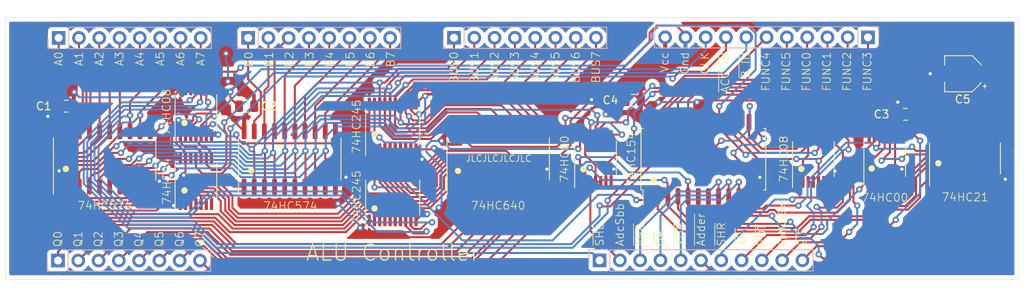
<source format=kicad_pcb>
(kicad_pcb (version 20211014) (generator pcbnew)
  (layers (0 "F.Cu" signal) (31 "B.Cu" signal) (34 "B.Paste" user) (35 "F.Paste" user) (36 "B.SilkS" user "B.Silkscreen") (37 "F.SilkS" user "F.Silkscreen") (38 "B.Mask" user) (39 "F.Mask" user) (44 "Edge.Cuts" user))
  (net 0 "")
  (net 1 "A0")
  (net 2 "A1")
  (net 3 "A2")
  (net 4 "A3")
  (net 5 "A4")
  (net 6 "A5")
  (net 7 "A6")
  (net 8 "A7")
  (net 9 "B0")
  (net 10 "B1")
  (net 11 "B2")
  (net 12 "B3")
  (net 13 "B4")
  (net 14 "B5")
  (net 15 "B6")
  (net 16 "B7")
  (net 17 "~{LATCH_B}")
  (net 18 "CLOCK")
  (net 19 "Net-(U1-Pad3)")
  (net 20 "GND")
  (net 21 "BUS0")
  (net 22 "BUS1")
  (net 23 "BUS2")
  (net 24 "BUS3")
  (net 25 "BUS4")
  (net 26 "BUS5")
  (net 27 "BUS6")
  (net 28 "BUS7")
  (net 29 "VCC")
  (net 30 "~{LATCH_ACCUMULATOR}")
  (net 31 "Q0")
  (net 32 "Q1")
  (net 33 "Q2")
  (net 34 "Q3")
  (net 35 "Q4")
  (net 36 "Q5")
  (net 37 "Q6")
  (net 38 "Q7")
  (net 39 "~{ALU_OUT}")
  (net 40 "ADDER_OUT")
  (net 41 "TWOS_COMP")
  (net 42 "ADC_SBB")
  (net 43 "OP_MUX_SELECT")
  (net 44 "~{SHIFTER_SHR}")
  (net 45 "~{SHIFTER_SHL}")
  (net 46 "~{SHIFTER_ROT}")
  (net 47 "~{SHIFTER_ARI}")
  (net 48 "Net-(U1-Pad1)")
  (net 49 "/~{ADD}")
  (net 50 "/~{ADC}")
  (net 51 "/~{SUB}")
  (net 52 "/~{SBB}")
  (net 53 "/~{INC}")
  (net 54 "/~{DEC}")
  (net 55 "ALU_FUNC_0")
  (net 56 "ALU_FUNC_1")
  (net 57 "ALU_FUNC_2")
  (net 58 "ALU_FUNC_3")
  (net 59 "ALU_FUNC_4")
  (net 60 "~{ENABLE}")
  (net 61 "Net-(U7-Pad6)")
  (net 62 "~{INVERT_OUT}")
  (net 63 "~{XOR}")
  (net 64 "~{AND}")
  (net 65 "~{OR}")
  (net 66 "ALU_FUNC_5")
  (net 67 "/~{SHL}")
  (net 68 "/~{ASL}")
  (net 69 "/~{ROL}")
  (net 70 "/~{SHR}")
  (net 71 "/~{ASR}")
  (net 72 "/~{ROR}")
  (net 73 "Net-(U1-Pad6)")
  (net 74 "Net-(U9-Pad3)")
  (net 75 "Net-(U10-Pad6)")
  (net 76 "~{A}")
  (net 77 "Net-(U1-Pad12)")
  (net 78 "Net-(U7-Pad3)")
  (net 81 "Net-(U12-Pad8)")
  (footprint "Package_SO:TSSOP-14_4.4x5mm_P0.65mm" (layer "F.Cu") (at 199.786 105.156 90)
    (fp_text reference "U7" hide)
    (fp_text value "74LS00")
  )
  (footprint "Package_SO:SO-20_5.3x12.6mm_P1.27mm" (layer "F.Cu") (at 102.108 105.156 90)
    (fp_text reference "U2" hide)
    (fp_text value "74LS574")
  )
  (footprint "Package_SO:SOIC-14_3.9x8.7mm_P1.27mm" (layer "F.Cu") (at 209.836 105.092 90)
    (fp_text reference "U10" hide)
    (fp_text value "74LS21")
  )
  (footprint "Package_SO:TSSOP-14_4.4x5mm_P0.65mm" (layer "F.Cu") (at 190.846 105.166 90)
    (fp_text reference "U9" hide)
    (fp_text value "74LS08")
  )
  (footprint "Package_SO:SO-20_5.3x12.6mm_P1.27mm" (layer "F.Cu") (at 125.288 105.156 90)
    (fp_text reference "U4" hide)
    (fp_text value "74LS574")
  )
  (footprint "Package_SO:TSSOP-20_4.4x6.5mm_P0.65mm" (layer "F.Cu") (at 138.176 109.982 90)
    (fp_text reference "U11" hide)
    (fp_text value "74LS245")
  )
  (footprint "Package_SO:TSSOP-14_4.4x5mm_P0.65mm" (layer "F.Cu") (at 163.576 105.156 90)
    (fp_text reference "U8" hide)
    (fp_text value "74LS00")
  )
  (footprint "Package_SO:TSSOP-14_4.4x5mm_P0.65mm" (layer "F.Cu") (at 113.538 107.95 90)
    (fp_text reference "U12" hide)
    (fp_text value "74LS04")
  )
  (footprint "Package_SO:SOIC-24W_7.5x15.4mm_P1.27mm" (layer "F.Cu") (at 177.076 105.196 90)
    (fp_text reference "U3" hide)
    (fp_text value "74LS154")
  )
  (footprint "Capacitor_SMD:C_0805_2012Metric" (layer "F.Cu") (at 168.3 97.8 180)
    (fp_text reference "C4")
    (fp_text value "C")
  )
  (footprint "Capacitor_SMD:C_0805_2012Metric" (layer "F.Cu") (at 97.282 98.552 180)
    (fp_text reference "C1")
    (fp_text value "C")
  )
  (footprint "Capacitor_SMD:C_0805_2012Metric" (layer "F.Cu") (at 202.372 99.568 180)
    (fp_text reference "C3")
    (fp_text value "C")
  )
  (footprint "Capacitor_SMD:CP_Elec_4x3" (layer "F.Cu") (at 209.55 94.488 180)
    (fp_text reference "C5")
    (fp_text value "C_Polarized")
  )
  (footprint "Package_SO:TSSOP-14_4.4x5mm_P0.65mm" (layer "F.Cu") (at 113.538 99.314 90)
    (fp_text reference "U1" hide)
    (fp_text value "74LS08")
  )
  (footprint "Package_SO:TSSOP-20_4.4x6.5mm_P0.65mm" (layer "F.Cu") (at 138.176 101.092 90)
    (fp_text reference "U5" hide)
    (fp_text value "74LS245")
  )
  (footprint "Package_SO:SO-20_5.3x12.6mm_P1.27mm" (layer "F.Cu") (at 151.384 105.156 90)
    (fp_text reference "U6" hide)
    (fp_text value "74HC640")
  )
  (footprint "Capacitor_SMD:C_0805_2012Metric" (layer "F.Cu") (at 119.888 98.552 180)
    (fp_text reference "C2")
    (fp_text value "C")
  )
  (footprint "Connector_PinHeader_2.54mm:PinHeader_1x11_P2.54mm_Vertical" (layer "B.Cu") (at 164.084 117.85 -90)
    (fp_text reference "J3" hide)
    (fp_text value "Conn_01x11")
  )
  (footprint "Connector_PinSocket_2.54mm:PinSocket_1x11_P2.54mm_Vertical" (layer "B.Cu") (at 197.69 89.925 90)
    (fp_text reference "J5" hide)
    (fp_text value "Conn_01x12")
  )
  (footprint "Connector_PinSocket_2.54mm:PinSocket_1x08_P2.54mm_Vertical" (layer "B.Cu") (at 96.355 90 -90)
    (fp_text reference "J1" hide)
    (fp_text value "Conn_01x08")
  )
  (footprint "Connector_PinSocket_2.54mm:PinSocket_1x08_P2.54mm_Vertical" (layer "B.Cu") (at 145.855 89.98 -90)
    (fp_text reference "J4" hide)
    (fp_text value "Conn_01x08")
  )
  (footprint "Connector_PinSocket_2.54mm:PinSocket_1x08_P2.54mm_Vertical" (layer "B.Cu") (at 120.075 90 -90)
    (fp_text reference "J2" hide)
    (fp_text value "Conn_01x08")
  )
  (footprint "Connector_PinSocket_2.54mm:PinSocket_1x08_P2.54mm_Vertical" (layer "B.Cu") (at 96.266 117.875 -90)
    (fp_text reference "J6" hide)
    (fp_text value "Conn_01x08")
  )
  (gr_circle (center 120.45 106.6) (end 120.65 106.6) (layer "F.SilkS") (width 0.4) (fill none))
  (gr_circle (center 189.35 106.4) (end 189.55 106.4) (layer "F.SilkS") (width 0.4) (fill none))
  (gr_circle (center 170.85 107.75) (end 171.05 107.75) (layer "F.SilkS") (width 0.4) (fill none))
  (gr_circle (center 135.9 102.1) (end 136.1 102.1) (layer "F.SilkS") (width 0.4) (fill none))
  (gr_circle (center 146.35 106.65) (end 146.55 106.65) (layer "F.SilkS") (width 0.4) (fill none))
  (gr_circle (center 112.1 100.65) (end 112.3 100.65) (layer "F.SilkS") (width 0.4) (fill none))
  (gr_circle (center 206.5 105.7) (end 206.7 105.7) (layer "F.SilkS") (width 0.4) (fill none))
  (gr_circle (center 112.1 109.1) (end 112.3 109.1) (layer "F.SilkS") (width 0.4) (fill none))
  (gr_circle (center 97.25 106.4) (end 97.45 106.4) (layer "F.SilkS") (width 0.4) (fill none))
  (gr_circle (center 162.05 106.45) (end 162.25 106.45) (layer "F.SilkS") (width 0.4) (fill none))
  (gr_circle (center 198.15 106.35) (end 198.35 106.35) (layer "F.SilkS") (width 0.4) (fill none))
  (gr_circle (center 135.9 111.35) (end 136.1 111.35) (layer "F.SilkS") (width 0.4) (fill none))
  (gr_rect (start 216.53 87.474) (end 89.66 120.216) (layer "Edge.Cuts") (width 0.05) (fill none))
  (gr_text "BUS3" (at 153.47 91.65 90) (layer "F.SilkS") (effects (font (size 1 1) (thickness 0.1)) (justify right)))
  (gr_text "~{ROT}" (at 184.404 116.15 90) (layer "F.SilkS") (effects (font (size 1 1) (thickness 0.1)) (justify left)))
  (gr_text "~{B IN}" (at 182.36 91.7 90) (layer "F.SilkS") (effects (font (size 1 1) (thickness 0.1)) (justify right)))
  (gr_text "~{ACC IN}" (at 179.82 91.7 90) (layer "F.SilkS") (effects (font (size 1 1) (thickness 0.1)) (justify right)))
  (gr_text "B5" (at 132.85 91.65 90) (layer "F.SilkS") (effects (font (size 1 1) (thickness 0.1)) (justify right)))
  (gr_text "~{OR}" (at 171.704 116.15 90) (layer "F.SilkS") (effects (font (size 1 1) (thickness 0.1)) (justify left)))
  (gr_text "AdcSbb" (at 166.624 116.15 90) (layer "F.SilkS") (effects (font (size 1 1) (thickness 0.1)) (justify left)))
  (gr_text "Q7" (at 114.03 116.25 90) (layer "F.SilkS") (effects (font (size 1 1) (thickness 0.1)) (justify left)))
  (gr_text "~{SHR}" (at 179.324 116.15 90) (layer "F.SilkS") (effects (font (size 1 1) (thickness 0.1)) (justify left)))
  (gr_text "BUS0" (at 145.85 91.65 90) (layer "F.SilkS") (effects (font (size 1 1) (thickness 0.1)) (justify right)))
  (gr_text "A2" (at 101.43 91.65 90) (layer "F.SilkS") (effects (font (size 1 1) (thickness 0.1)) (justify right)))
  (gr_text "A6" (at 111.59 91.65 90) (layer "F.SilkS") (effects (font (size 1 1) (thickness 0.1)) (justify right)))
  (gr_text "~{XOR}" (at 174.244 116.15 90) (layer "F.SilkS") (effects (font (size 1 1) (thickness 0.1)) (justify left)))
  (gr_text "A3" (at 103.97 91.65 90) (layer "F.SilkS") (effects (font (size 1 1) (thickness 0.1)) (justify right)))
  (gr_text "JLCJLCJLCJLC" (at 151.45 105.1) (layer "F.SilkS") (effects (font (size 0.8 0.8) (thickness 0.1))))
  (gr_text "FUNC2" (at 195.06 91.7 90) (layer "F.SilkS") (effects (font (size 1 1) (thickness 0.1)) (justify right)))
  (gr_text "FUNC1" (at 192.52 91.7 90) (layer "F.SilkS") (effects (font (size 1 1) (thickness 0.1)) (justify right)))
  (gr_text "BUS6" (at 161.09 91.65 90) (layer "F.SilkS") (effects (font (size 1 1) (thickness 0.1)) (justify right)))
  (gr_text "Q6" (at 111.49 116.25 90) (layer "F.SilkS") (effects (font (size 1 1) (thickness 0.1)) (justify left)))
  (gr_text "Q3" (at 103.87 116.25 90) (layer "F.SilkS") (effects (font (size 1 1) (thickness 0.1)) (justify left)))
  (gr_text "FUNC3" (at 197.6 91.7 90) (layer "F.SilkS") (effects (font (size 1 1) (thickness 0.1)) (justify right)))
  (gr_text "B2" (at 125.23 91.65 90) (layer "F.SilkS") (effects (font (size 1 1) (thickness 0.1)) (justify right)))
  (gr_text "A7" (at 114.13 91.65 90) (layer "F.SilkS") (effects (font (size 1 1) (thickness 0.1)) (justify right)))
  (gr_text "B4" (at 130.31 91.65 90) (layer "F.SilkS") (effects (font (size 1 1) (thickness 0.1)) (justify right)))
  (gr_text "A0" (at 96.35 91.65 90) (layer "F.SilkS") (effects (font (size 1 1) (thickness 0.1)) (justify right)))
  (gr_text "ALU Controller" (at 138.2 116.9) (layer "F.SilkS") (effects (font (size 2 2))))
  (gr_text "~{Adder}" (at 176.784 116.15 90) (layer "F.SilkS") (effects (font (size 1 1) (thickness 0.1)) (justify left)))
  (gr_text "B7" (at 137.93 91.65 90) (layer "F.SilkS") (effects (font (size 1 1) (thickness 0.1)) (justify right)))
  (gr_text "BUS4" (at 156.01 91.65 90) (layer "F.SilkS") (effects (font (size 1 1) (thickness 0.1)) (justify right)))
  (gr_text "BUS5" (at 158.55 91.65 90) (layer "F.SilkS") (effects (font (size 1 1) (thickness 0.1)) (justify right)))
  (gr_text "~{SHL}" (at 164.084 116.15 90) (layer "F.SilkS") (effects (font (size 1 1) (thickness 0.1)) (justify left)))
  (gr_text "B3" (at 127.77 91.65 90) (layer "F.SilkS") (effects (font (size 1 1) (thickness 0.1)) (justify right)))
  (gr_text "FUNC5" (at 187.44 91.7 90) (layer "F.SilkS") (effects (font (size 1 1) (thickness 0.1)) (justify right)))
  (gr_text "Gnd" (at 174.74 91.7 90) (layer "F.SilkS") (effects (font (size 1 1) (thickness 0.1)) (justify right)))
  (gr_text "Q4" (at 106.41 116.25 90) (layer "F.SilkS") (effects (font (size 1 1) (thickness 0.1)) (justify left)))
  (gr_text "~{2'S}" (at 189.484 116.15 90) (layer "F.SilkS") (effects (font (size 1 1) (thickness 0.1)) (justify left)))
  (gr_text "Vcc" (at 172.2 91.7 90) (layer "F.SilkS") (effects (font (size 1 1) (thickness 0.1)) (justify right)))
  (gr_text "Q2" (at 101.33 116.25 90) (layer "F.SilkS") (effects (font (size 1 1) (thickness 0.1)) (justify left)))
  (gr_text "BUS7" (at 163.63 91.65 90) (layer "F.SilkS") (effects (font (size 1 1) (thickness 0.1)) (justify right)))
  (gr_text "A4" (at 106.51 91.65 90) (layer "F.SilkS") (effects (font (size 1 1) (thickness 0.1)) (justify right)))
  (gr_text "B0" (at 120.15 91.65 90) (layer "F.SilkS") (effects (font (size 1 1) (thickness 0.1)) (justify right)))
  (gr_text "~{AND}" (at 169.164 116.15 90) (layer "F.SilkS") (effects (font (size 1 1) (thickness 0.1)) (justify left)))
  (gr_text "BUS1" (at 148.39 91.65 90) (layer "F.SilkS") (effects (font (size 1 1) (thickness 0.1)) (justify right)))
  (gr_text "A1" (at 98.89 91.65 90) (layer "F.SilkS") (effects (font (size 1 1) (thickness 0.1)) (justify right)))
  (gr_text "CLK" (at 177.28 91.7 90) (layer "F.SilkS") (effects (font (size 1 1) (thickness 0.1)) (justify right)))
  (gr_text "Q0" (at 96.25 116.25 90) (layer "F.SilkS") (effects (font (size 1 1) (thickness 0.1)) (justify left)))
  (gr_text "B6" (at 135.39 91.65 90) (layer "F.SilkS") (effects (font (size 1 1) (thickness 0.1)) (justify right)))
  (gr_text "B1" (at 122.69 91.65 90) (layer "F.SilkS") (effects (font (size 1 1) (thickness 0.1)) (justify right)))
  (gr_text "Q1" (at 98.79 116.25 90) (layer "F.SilkS") (effects (font (size 1 1) (thickness 0.1)) (justify left)))
  (gr_text "OpMuxSel" (at 186.944 116.15 90) (layer "F.SilkS") (effects (font (size 0.8 0.8) (thickness 0.1)) (justify left)))
  (gr_text "A5" (at 109.05 91.65 90) (layer "F.SilkS") (effects (font (size 1 1) (thickness 0.1)) (justify right)))
  (gr_text "BUS2" (at 150.93 91.65 90) (layer "F.SilkS") (effects (font (size 1 1) (thickness 0.1)) (justify right)))
  (gr_text "~{ARI}" (at 181.864 116.15 90) (layer "F.SilkS") (effects (font (size 1 1) (thickness 0.1)) (justify left)))
  (gr_text "FUNC0" (at 189.98 91.7 90) (layer "F.SilkS") (effects (font (size 1 1) (thickness 0.1)) (justify right)))
  (gr_text "FUNC4" (at 184.9 91.7 90) (layer "F.SilkS") (effects (font (size 1 1) (thickness 0.1)) (justify right)))
  (gr_text "Q5" (at 108.95 116.25 90) (layer "F.SilkS") (effects (font (size 1 1) (thickness 0.1)) (justify left)))
  (segment (start 97.663 101.6935) (end 97.663 102.207048) (width 0.25) (layer "F.Cu") (net 1))
  (segment (start 96.82458 103.045468) (end 95.579715 103.045469) (width 0.25) (layer "F.Cu") (net 1))
  (segment (start 97.663 102.207048) (end 96.82458 103.045468) (width 0.25) (layer "F.Cu") (net 1))
  (segment (start 135.524405 111.780044) (end 135.901 112.156639) (width 0.25) (layer "F.Cu") (net 1))
  (segment (start 95.579715 103.045469) (end 92.885468 105.739716) (width 0.25) (layer "F.Cu") (net 1))
  (segment (start 96.355 91.685) (end 96.355 90) (width 0.25) (layer "F.Cu") (net 1))
  (segment (start 117.755647 114.320043) (end 132.316773 114.320043) (width 0.25) (layer "F.Cu") (net 1))
  (segment (start 135.901 112.156639) (end 135.901 112.8445) (width 0.25) (layer "F.Cu") (net 1))
  (segment (start 99.372489 94.702489) (end 99.372489 99.127807) (width 0.25) (layer "F.Cu") (net 1))
  (segment (start 96.355 91.685) (end 99.372489 94.702489) (width 0.25) (layer "F.Cu") (net 1))
  (segment (start 134.856772 111.780044) (end 135.524405 111.780044) (width 0.25) (layer "F.Cu") (net 1))
  (segment (start 94.990093 112.518909) (end 115.954513 112.518909) (width 0.25) (layer "F.Cu") (net 1))
  (segment (start 99.372489 99.127807) (end 97.663 100.837296) (width 0.25) (layer "F.Cu") (net 1))
  (segment (start 115.954513 112.518909) (end 117.755647 114.320043) (width 0.25) (layer "F.Cu") (net 1))
  (segment (start 92.885469 110.414285) (end 94.990093 112.518909) (width 0.25) (layer "F.Cu") (net 1))
  (segment (start 92.885468 105.739716) (end 92.885469 110.414285) (width 0.25) (layer "F.Cu") (net 1))
  (segment (start 97.663 100.837296) (end 97.663 101.6935) (width 0.25) (layer "F.Cu") (net 1))
  (segment (start 132.316773 114.320043) (end 134.856772 111.780044) (width 0.25) (layer "F.Cu") (net 1))
  (segment (start 93.334979 110.228091) (end 95.176286 112.069398) (width 0.25) (layer "F.Cu") (net 2))
  (segment (start 98.933 101.6935) (end 98.933 102.233592) (width 0.25) (layer "F.Cu") (net 2))
  (segment (start 135.724894 111.330533) (end 136.551 112.156639) (width 0.25) (layer "F.Cu") (net 2))
  (segment (start 99.822 92.612) (end 98.895 91.685) (width 0.25) (layer "F.Cu") (net 2))
  (segment (start 132.130581 113.870531) (end 134.670579 111.330533) (width 0.25) (layer "F.Cu") (net 2))
  (segment (start 93.334979 105.925909) (end 93.334979 110.228091) (width 0.25) (layer "F.Cu") (net 2))
  (segment (start 95.765909 103.494979) (end 93.334979 105.925909) (width 0.25) (layer "F.Cu") (net 2))
  (segment (start 98.933 102.233592) (end 97.671614 103.494978) (width 0.25) (layer "F.Cu") (net 2))
  (segment (start 99.822 99.314) (end 99.822 92.612) (width 0.25) (layer "F.Cu") (net 2))
  (segment (start 134.670579 111.330533) (end 135.724894 111.330533) (width 0.25) (layer "F.Cu") (net 2))
  (segment (start 116.33191 112.069399) (end 118.133043 113.870532) (width 0.25) (layer "F.Cu") (net 2))
  (segment (start 98.933 101.6935) (end 98.933 100.203) (width 0.25) (layer "F.Cu") (net 2))
  (segment (start 98.895 91.685) (end 98.895 90) (width 0.25) (layer "F.Cu") (net 2))
  (segment (start 118.133043 113.870532) (end 132.130581 113.870531) (width 0.25) (layer "F.Cu") (net 2))
  (segment (start 136.551 112.156639) (end 136.551 112.8445) (width 0.25) (layer "F.Cu") (net 2))
  (segment (start 98.933 100.203) (end 99.822 99.314) (width 0.25) (layer "F.Cu") (net 2))
  (segment (start 95.176286 112.069398) (end 116.33191 112.069399) (width 0.25) (layer "F.Cu") (net 2))
  (segment (start 97.671614 103.494978) (end 95.765909 103.494979) (width 0.25) (layer "F.Cu") (net 2))
  (segment (start 95.952103 103.944489) (end 93.842979 106.053613) (width 0.25) (layer "F.Cu") (net 3))
  (segment (start 100.203 101.6935) (end 100.203 102.107296) (width 0.25) (layer "F.Cu") (net 3))
  (segment (start 110.940918 109.27849) (end 115.502194 109.27849) (width 0.25) (layer "F.Cu") (net 3))
  (segment (start 98.365807 103.944489) (end 95.952103 103.944489) (width 0.25) (layer "F.Cu") (net 3))
  (segment (start 101.435 94.145) (end 101.435 90) (width 0.25) (layer "F.Cu") (net 3))
  (segment (start 100.33 101.5665) (end 100.33 95.25) (width 0.25) (layer "F.Cu") (net 3))
  (segment (start 100.33 95.25) (end 101.435 94.145) (width 0.25) (layer "F.Cu") (net 3))
  (segment (start 95.362479 111.619887) (end 108.599521 111.619887) (width 0.25) (layer "F.Cu") (net 3))
  (segment (start 134.484386 110.881022) (end 136.027022 110.881022) (width 0.25) (layer "F.Cu") (net 3))
  (segment (start 115.502194 109.27849) (end 116.64449 110.420786) (width 0.25) (layer "F.Cu") (net 3))
  (segment (start 116.64449 110.420786) (end 116.64449 111.69449) (width 0.25) (layer "F.Cu") (net 3))
  (segment (start 116.64449 111.69449) (end 118.371021 113.421021) (width 0.25) (layer "F.Cu") (net 3))
  (segment (start 100.203 101.6935) (end 100.33 101.5665) (width 0.25) (layer "F.Cu") (net 3))
  (segment (start 93.84298 110.100388) (end 95.362479 111.619887) (width 0.25) (layer "F.Cu") (net 3))
  (segment (start 131.944387 113.421021) (end 134.484386 110.881022) (width 0.25) (layer "F.Cu") (net 3))
  (segment (start 100.203 102.107296) (end 98.365807 103.944489) (width 0.25) (layer "F.Cu") (net 3))
  (segment (start 136.027022 110.881022) (end 137.201 112.055) (width 0.25) (layer "F.Cu") (net 3))
  (segment (start 118.371021 113.421021) (end 131.944387 113.421021) (width 0.25) (layer "F.Cu") (net 3))
  (segment (start 108.599521 111.619887) (end 110.940918 109.27849) (width 0.25) (layer "F.Cu") (net 3))
  (segment (start 93.842979 106.053613) (end 93.84298 110.100388) (width 0.25) (layer "F.Cu") (net 3))
  (segment (start 137.201 112.055) (end 137.201 112.8445) (width 0.25) (layer "F.Cu") (net 3))
  (segment (start 117.210978 110.226682) (end 117.210978 111.625274) (width 0.25) (layer "F.Cu") (net 4))
  (segment (start 117.210978 111.625274) (end 118.557214 112.97151) (width 0.25) (layer "F.Cu") (net 4))
  (segment (start 94.29249 106.239806) (end 94.29249 109.914194) (width 0.25) (layer "F.Cu") (net 4))
  (segment (start 110.754727 108.828977) (end 115.813273 108.828977) (width 0.25) (layer "F.Cu") (net 4))
  (segment (start 101.473 102.489) (end 99.568 104.394) (width 0.25) (layer "F.Cu") (net 4))
  (segment (start 101.473 101.6935) (end 101.473 95.631) (width 0.25) (layer "F.Cu") (net 4))
  (segment (start 103.975 93.129) (end 103.975 90) (width 0.25) (layer "F.Cu") (net 4))
  (segment (start 101.473 95.631) (end 103.975 93.129) (width 0.25) (layer "F.Cu") (net 4))
  (segment (start 115.813273 108.828977) (end 117.210978 110.226682) (width 0.25) (layer "F.Cu") (net 4))
  (segment (start 131.758193 112.971511) (end 134.298193 110.431511) (width 0.25) (layer "F.Cu") (net 4))
  (segment (start 96.138296 104.394) (end 94.29249 106.239806) (width 0.25) (layer "F.Cu") (net 4))
  (segment (start 99.568 104.394) (end 96.138296 104.394) (width 0.25) (layer "F.Cu") (net 4))
  (segment (start 134.298193 110.431511) (end 136.465809 110.431513) (width 0.25) (layer "F.Cu") (net 4))
  (segment (start 136.465809 110.431513) (end 137.851 111.816704) (width 0.25) (layer "F.Cu") (net 4))
  (segment (start 101.473 101.6935) (end 101.473 102.489) (width 0.25) (layer "F.Cu") (net 4))
  (segment (start 118.557214 112.97151) (end 131.758193 112.971511) (width 0.25) (layer "F.Cu") (net 4))
  (segment (start 95.33621 110.957914) (end 108.62579 110.957914) (width 0.25) (layer "F.Cu") (net 4))
  (segment (start 108.62579 110.957914) (end 110.754727 108.828977) (width 0.25) (layer "F.Cu") (net 4))
  (segment (start 94.29249 109.914194) (end 95.33621 110.957914) (width 0.25) (layer "F.Cu") (net 4))
  (segment (start 137.851 111.816704) (end 137.851 112.8445) (width 0.25) (layer "F.Cu") (net 4))
  (segment (start 106.515 91.685) (end 106.515 90) (width 0.25) (layer "F.Cu") (net 5))
  (segment (start 131.572 112.522) (end 134.112 109.982) (width 0.25) (layer "F.Cu") (net 5))
  (segment (start 102.743 101.6935) (end 102.743 102.082072) (width 0.25) (layer "F.Cu") (net 5))
  (segment (start 110.568534 108.379466) (end 115.999467 108.379467) (width 0.25) (layer "F.Cu") (net 5))
  (segment (start 117.660489 110.040489) (end 117.660489 111.439081) (width 0.25) (layer "F.Cu") (net 5))
  (segment (start 134.112 109.982) (end 136.652 109.982) (width 0.25) (layer "F.Cu") (net 5))
  (segment (start 96.266 104.902) (end 94.80049 106.36751) (width 0.25) (layer "F.Cu") (net 5))
  (segment (start 95.648699 110.508403) (end 108.439597 110.508403) (width 0.25) (layer "F.Cu") (net 5))
  (segment (start 115.999467 108.379467) (end 117.660489 110.040489) (width 0.25) (layer "F.Cu") (net 5))
  (segment (start 94.80049 109.660194) (end 95.648699 110.508403) (width 0.25) (layer "F.Cu") (net 5))
  (segment (start 117.660489 111.439081) (end 118.743407 112.521999) (width 0.25) (layer "F.Cu") (net 5))
  (segment (start 118.743407 112.521999) (end 131.572 112.522) (width 0.25) (layer "F.Cu") (net 5))
  (segment (start 106.515 91.685) (end 102.743 95.457) (width 0.25) (layer "F.Cu") (net 5))
  (segment (start 136.652 109.982) (end 138.501 111.831) (width 0.25) (layer "F.Cu") (net 5))
  (segment (start 102.743 95.457) (end 102.743 101.6935) (width 0.25) (layer "F.Cu") (net 5))
  (segment (start 138.501 111.831) (end 138.501 112.8445) (width 0.25) (layer "F.Cu") (net 5))
  (segment (start 108.439597 110.508403) (end 110.568534 108.379466) (width 0.25) (layer "F.Cu") (net 5))
  (segment (start 102.743 102.082072) (end 99.923072 104.902) (width 0.25) (layer "F.Cu") (net 5))
  (segment (start 94.80049 106.36751) (end 94.80049 109.660194) (width 0.25) (layer "F.Cu") (net 5))
  (segment (start 99.923072 104.902) (end 96.266 104.902) (width 0.25) (layer "F.Cu") (net 5))
  (segment (start 136.906 109.474) (end 139.151 111.719) (width 0.25) (layer "F.Cu") (net 6))
  (segment (start 118.11 111.252) (end 118.872 112.014) (width 0.25) (layer "F.Cu") (net 6))
  (segment (start 100.685072 105.41) (end 96.52 105.41) (width 0.25) (layer "F.Cu") (net 6))
  (segment (start 104.013 96.727) (end 104.013 101.6935) (width 0.25) (layer "F.Cu") (net 6))
  (segment (start 109.055 91.685) (end 109.055 90) (width 0.25) (layer "F.Cu") (net 6))
  (segment (start 96.52 105.41) (end 95.250001 106.679999) (width 0.25) (layer "F.Cu") (net 6))
  (segment (start 95.834891 110.058891) (end 108.127109 110.058891) (width 0.25) (layer "F.Cu") (net 6))
  (segment (start 110.256041 107.929959) (end 116.311959 107.929959) (width 0.25) (layer "F.Cu") (net 6))
  (segment (start 95.25 109.474) (end 95.834891 110.058891) (width 0.25) (layer "F.Cu") (net 6))
  (segment (start 133.858 109.474) (end 136.906 109.474) (width 0.25) (layer "F.Cu") (net 6))
  (segment (start 118.11 109.728) (end 118.11 111.252) (width 0.25) (layer "F.Cu") (net 6))
  (segment (start 131.318 112.014) (end 133.858 109.474) (width 0.25) (layer "F.Cu") (net 6))
  (segment (start 104.013 101.6935) (end 104.013 102.082072) (width 0.25) (layer "F.Cu") (net 6))
  (segment (start 109.055 91.685) (end 104.013 96.727) (width 0.25) (layer "F.Cu") (net 6))
  (segment (start 139.151 111.719) (end 139.151 112.8445) (width 0.25) (layer "F.Cu") (net 6))
  (segment (start 95.250001 106.679999) (end 95.25 109.474) (width 0.25) (layer "F.Cu") (net 6))
  (segment (start 116.311959 107.929959) (end 118.11 109.728) (width 0.25) (layer "F.Cu") (net 6))
  (segment (start 104.013 102.082072) (end 100.685072 105.41) (width 0.25) (layer "F.Cu") (net 6))
  (segment (start 118.872 112.014) (end 131.318 112.014) (width 0.25) (layer "F.Cu") (net 6))
  (segment (start 108.127109 110.058891) (end 110.256041 107.929959) (width 0.25) (layer "F.Cu") (net 6))
  (segment (start 139.801 112.8445) (end 139.801 113.532361) (width 0.25) (layer "F.Cu") (net 7))
  (segment (start 111.595 91.685) (end 111.595 90) (width 0.25) (layer "F.Cu") (net 7))
  (segment (start 139.801 113.532361) (end 140.76415 114.495511) (width 0.25) (layer "F.Cu") (net 7))
  (segment (start 105.283 99.703598) (end 105.287299 99.699299) (width 0.25) (layer "F.Cu") (net 7))
  (segment (start 105.283 101.6935) (end 105.283 99.703598) (width 0.25) (layer "F.Cu") (net 7))
  (segment (start 140.76415 114.495511) (end 142.134662 114.495511) (width 0.25) (layer "F.Cu") (net 7))
  (segment (start 111.595 91.685) (end 105.287299 97.992701) (width 0.25) (layer "F.Cu") (net 7))
  (segment (start 105.287299 97.992701) (end 105.287299 99.699299) (width 0.25) (layer "F.Cu") (net 7))
  (segment (start 142.134662 114.495511) (end 142.404673 114.2255) (width 0.25) (layer "F.Cu") (net 7))
  (via (at 105.287299 99.699299) (size 0.8) (drill 0.4) (layers "F.Cu" "B.Cu") (net 7))
  (via (at 142.404673 114.2255) (size 0.8) (drill 0.4) (layers "F.Cu" "B.Cu") (net 7))
  (segment (start 105.60551 112.46351) (end 112.708194 112.46351) (width 0.25) (layer "B.Cu") (net 7))
  (segment (start 105.164598 99.822) (end 104.394 99.822) (width 0.25) (layer "B.Cu") (net 7))
  (segment (start 104.394 99.822) (end 100.838 103.378) (width 0.25) (layer "B.Cu") (net 7))
  (segment (start 100.838 107.696) (end 105.60551 112.46351) (width 0.25) (layer "B.Cu") (net 7))
  (segment (start 105.287299 99.699299) (end 105.164598 99.822) (width 0.25) (layer "B.Cu") (net 7))
  (segment (start 142.3145 114.2255) (end 142.404673 114.2255) (width 0.25) (layer "B.Cu") (net 7))
  (segment (start 131.698296 109.728) (end 136.270296 114.3) (width 0.25) (layer "B.Cu") (net 7))
  (segment (start 115.443704 109.728) (end 131.698296 109.728) (width 0.25) (layer "B.Cu") (net 7))
  (segment (start 142.24 114.3) (end 142.3145 114.2255) (width 0.25) (layer "B.Cu") (net 7))
  (segment (start 100.838 103.378) (end 100.838 107.696) (width 0.25) (layer "B.Cu") (net 7))
  (segment (start 136.270296 114.3) (end 142.24 114.3) (width 0.25) (layer "B.Cu") (net 7))
  (segment (start 112.708194 112.46351) (end 115.443704 109.728) (width 0.25) (layer "B.Cu") (net 7))
  (segment (start 141.680172 113.925401) (end 142.505573 113.1) (width 0.25) (layer "F.Cu") (net 8))
  (segment (start 140.451 112.8445) (end 140.451 113.532361) (width 0.25) (layer "F.Cu") (net 8))
  (segment (start 140.451 113.532361) (end 140.84404 113.925401) (width 0.25) (layer "F.Cu") (net 8))
  (segment (start 106.553 99.267) (end 106.553 99.695) (width 0.25) (layer "F.Cu") (net 8))
  (segment (start 114.135 91.685) (end 106.553 99.267) (width 0.25) (layer "F.Cu") (net 8))
  (segment (start 106.553 99.695) (end 106.553 101.6935) (width 0.25) (layer "F.Cu") (net 8))
  (segment (start 140.84404 113.925401) (end 141.680172 113.925401) (width 0.25) (layer "F.Cu") (net 8))
  (segment (start 142.505573 113.1) (end 143.1 113.1) (width 0.25) (layer "F.Cu") (net 8))
  (segment (start 114.135 91.685) (end 114.135 90) (width 0.25) (layer "F.Cu") (net 8))
  (via (at 106.553 99.695) (size 0.8) (drill 0.4) (layers "F.Cu" "B.Cu") (net 8))
  (via (at 143.1 113.1) (size 0.8) (drill 0.4) (layers "F.Cu" "B.Cu") (net 8))
  (segment (start 105.664 100.584) (end 104.394 100.584) (width 0.25) (layer "B.Cu") (net 8))
  (segment (start 131.826 109.22) (end 135.706 113.1) (width 0.25) (layer "B.Cu") (net 8))
  (segment (start 106.553 99.695) (end 105.664 100.584) (width 0.25) (layer "B.Cu") (net 8))
  (segment (start 112.522 112.014) (end 115.316 109.22) (width 0.25) (layer "B.Cu") (net 8))
  (segment (start 115.316 109.22) (end 131.826 109.22) (width 0.25) (layer "B.Cu") (net 8))
  (segment (start 104.394 100.584) (end 101.346 103.632) (width 0.25) (layer "B.Cu") (net 8))
  (segment (start 135.706 113.1) (end 143.1 113.1) (width 0.25) (layer "B.Cu") (net 8))
  (segment (start 101.346 107.442) (end 105.917999 112.013999) (width 0.25) (layer "B.Cu") (net 8))
  (segment (start 101.346 103.632) (end 101.346 107.442) (width 0.25) (layer "B.Cu") (net 8))
  (segment (start 105.917999 112.013999) (end 112.522 112.014) (width 0.25) (layer "B.Cu") (net 8))
  (segment (start 120.843 100.391) (end 121.663489 99.570511) (width 0.25) (layer "F.Cu") (net 9))
  (segment (start 120.075 95.183) (end 120.075 90) (width 0.25) (layer "F.Cu") (net 9))
  (segment (start 120.843 101.6935) (end 120.843 100.391) (width 0.25) (layer "F.Cu") (net 9))
  (segment (start 121.663489 99.570511) (end 121.663489 96.771489) (width 0.25) (layer "F.Cu") (net 9))
  (segment (start 121.663489 96.771489) (end 120.075 95.183) (width 0.25) (layer "F.Cu") (net 9))
  (segment (start 122.113 101.6935) (end 122.113 96.581) (width 0.25) (layer "F.Cu") (net 10))
  (segment (start 122.615 96.079) (end 122.615 90) (width 0.25) (layer "F.Cu") (net 10))
  (segment (start 122.113 96.581) (end 122.615 96.079) (width 0.25) (layer "F.Cu") (net 10))
  (segment (start 123.383 101.6935) (end 123.383 91.772) (width 0.25) (layer "F.Cu") (net 11))
  (segment (start 123.383 91.772) (end 125.155 90) (width 0.25) (layer "F.Cu") (net 11))
  (segment (start 124.653 101.6935) (end 124.653 94.727) (width 0.25) (layer "F.Cu") (net 12))
  (segment (start 127.695 91.685) (end 127.695 90) (width 0.25) (layer "F.Cu") (net 12))
  (segment (start 124.653 94.727) (end 127.695 91.685) (width 0.25) (layer "F.Cu") (net 12))
  (segment (start 125.923 101.6935) (end 125.923 95.997) (width 0.25) (layer "F.Cu") (net 13))
  (segment (start 125.923 95.997) (end 130.235 91.685) (width 0.25) (layer "F.Cu") (net 13))
  (segment (start 130.235 91.685) (end 130.235 90) (width 0.25) (layer "F.Cu") (net 13))
  (segment (start 132.775 91.685) (end 132.775 90) (width 0.25) (layer "F.Cu") (net 14))
  (segment (start 127.193 101.6935) (end 127.193 97.267) (width 0.25) (layer "F.Cu") (net 14))
  (segment (start 127.193 97.267) (end 132.775 91.685) (width 0.25) (layer "F.Cu") (net 14))
  (segment (start 128.463 98.537) (end 135.315 91.685) (width 0.25) (layer "F.Cu") (net 15))
  (segment (start 128.463 101.6935) (end 128.463 98.537) (width 0.25) (layer "F.Cu") (net 15))
  (segment (start 135.315 91.685) (end 135.315 90) (width 0.25) (layer "F.Cu") (net 15))
  (segment (start 137.855 91.323592) (end 137.855 90) (width 0.25) (layer "F.Cu") (net 16))
  (segment (start 129.733 99.445592) (end 137.855 91.323592) (width 0.25) (layer "F.Cu") (net 16))
  (segment (start 129.733 101.6935) (end 129.733 99.445592) (width 0.25) (layer "F.Cu") (net 16))
  (segment (start 114.838 105.0875) (end 114.838 105.820296) (width 0.25) (layer "F.Cu") (net 17))
  (segment (start 114.838 105.820296) (end 115.560683 106.542979) (width 0.25) (layer "F.Cu") (net 17))
  (segment (start 115.560683 106.542979) (end 116.595317 106.542979) (width 0.25) (layer "F.Cu") (net 17))
  (segment (start 117.348 105.790296) (end 117.348 101.8626) (width 0.25) (layer "F.Cu") (net 17))
  (segment (start 116.595317 106.542979) (end 117.348 105.790296) (width 0.25) (layer "F.Cu") (net 17))
  (segment (start 117.094 101.6086) (end 117.094 100.584) (width 0.25) (layer "F.Cu") (net 17))
  (segment (start 117.348 101.8626) (end 117.094 101.6086) (width 0.25) (layer "F.Cu") (net 17))
  (via (at 117.094 100.584) (size 0.8) (drill 0.4) (layers "F.Cu" "B.Cu") (net 17))
  (segment (start 117.094 100.584) (end 123.306978 94.371022) (width 0.25) (layer "B.Cu") (net 17))
  (segment (start 179.63898 94.37102) (end 182.45 91.56) (width 0.25) (layer "B.Cu") (net 17))
  (segment (start 182.45 91.56) (end 182.45 89.925) (width 0.25) (layer "B.Cu") (net 17))
  (segment (start 123.306978 94.371022) (end 179.63898 94.37102) (width 0.25) (layer "B.Cu") (net 17))
  (segment (start 115.50191 99.47419) (end 115.848032 99.820312) (width 0.25) (layer "F.Cu") (net 18))
  (segment (start 113.623196 99.47419) (end 115.50191 99.47419) (width 0.25) (layer "F.Cu") (net 18))
  (segment (start 115.355088 99.820312) (end 115.848032 99.820312) (width 0.25) (layer "F.Cu") (net 18))
  (segment (start 113.198788 100.287494) (end 113.198788 99.898598) (width 0.25) (layer "F.Cu") (net 18))
  (segment (start 113.198788 99.898598) (end 113.623196 99.47419) (width 0.25) (layer "F.Cu") (net 18))
  (segment (start 114.188 102.1765) (end 114.188 100.9874) (width 0.25) (layer "F.Cu") (net 18))
  (segment (start 112.238 102.1765) (end 112.238 101.248282) (width 0.25) (layer "F.Cu") (net 18))
  (segment (start 114.188 100.9874) (end 115.355088 99.820312) (width 0.25) (layer "F.Cu") (net 18))
  (segment (start 112.238 101.248282) (end 113.198788 100.287494) (width 0.25) (layer "F.Cu") (net 18))
  (via (at 115.848032 99.820312) (size 0.8) (drill 0.4) (layers "F.Cu" "B.Cu") (net 18))
  (segment (start 175.00849 93.92151) (end 121.746834 93.92151) (width 0.25) (layer "B.Cu") (net 18))
  (segment (start 177.37 91.56) (end 175.00849 93.92151) (width 0.25) (layer "B.Cu") (net 18))
  (segment (start 121.746834 93.92151) (end 115.848032 99.820312) (width 0.25) (layer "B.Cu") (net 18))
  (segment (start 177.37 89.925) (end 177.37 91.56) (width 0.25) (layer "B.Cu") (net 18))
  (segment (start 107.823 101.6935) (end 108.6185 101.6935) (width 0.25) (layer "F.Cu") (net 19))
  (segment (start 112.888 101.234) (end 113.923299 100.198701) (width 0.25) (layer "F.Cu") (net 19))
  (segment (start 112.888 102.1765) (end 112.888 101.234) (width 0.25) (layer "F.Cu") (net 19))
  (segment (start 108.6185 101.6935) (end 109.22 101.092) (width 0.25) (layer "F.Cu") (net 19))
  (via (at 113.923299 100.198701) (size 0.8) (drill 0.4) (layers "F.Cu" "B.Cu") (net 19))
  (via (at 109.22 101.092) (size 0.8) (drill 0.4) (layers "F.Cu" "B.Cu") (net 19))
  (segment (start 113.292598 99.568) (end 113.923299 100.198701) (width 0.25) (layer "B.Cu") (net 19))
  (segment (start 109.22 101.092) (end 110.744 99.568) (width 0.25) (layer "B.Cu") (net 19))
  (segment (start 110.744 99.568) (end 113.292598 99.568) (width 0.25) (layer "B.Cu") (net 19))
  (segment (start 213.646 107.567) (end 214.755 107.567) (width 0.25) (layer "F.Cu") (net 20))
  (segment (start 165.862 98.538) (end 166.6 97.8) (width 0.25) (layer "F.Cu") (net 20))
  (segment (start 96.332 98.552) (end 96.012 98.552) (width 0.25) (layer "F.Cu") (net 20))
  (segment (start 108.2975 108.6185) (end 108.966 107.95) (width 0.25) (layer "F.Cu") (net 20))
  (segment (start 112.014 106.934) (end 112.014 107.188) (width 0.25) (layer "F.Cu") (net 20))
  (segment (start 165.526 108.0185) (end 165.526 106.508) (width 0.25) (layer "F.Cu") (net 20))
  (segment (start 112.238 105.0875) (end 112.238 106.71) (width 0.25) (layer "F.Cu") (net 20))
  (segment (start 117.856 97.536) (end 117.856 96.774) (width 0.25) (layer "F.Cu") (net 20))
  (segment (start 111.588 110.8125) (end 111.588 110.124639) (width 0.25) (layer "F.Cu") (net 20))
  (segment (start 96.4 108.6115) (end 96.4 106.65) (width 0.25) (layer "F.Cu") (net 20))
  (segment (start 141.8955 112.05) (end 142.494 112.05) (width 0.25) (layer "F.Cu") (net 20))
  (segment (start 114.3 109.728) (end 114.188 109.84) (width 0.25) (layer "F.Cu") (net 20))
  (segment (start 184.061 109.846) (end 184.061 107.785) (width 0.25) (layer "F.Cu") (net 20))
  (segment (start 112.238 106.71) (end 112.014 106.934) (width 0.25) (layer "F.Cu") (net 20))
  (segment (start 115.488 110.8125) (end 115.488 109.9) (width 0.25) (layer "F.Cu") (net 20))
  (segment (start 110.744 110.998) (end 111.4025 110.998) (width 0.25) (layer "F.Cu") (net 20))
  (segment (start 207.75 94.488) (end 205.486 94.488) (width 0.25) (layer "F.Cu") (net 20))
  (segment (start 166.6 97.8) (end 167.35 97.8) (width 0.25) (layer "F.Cu") (net 20))
  (segment (start 201.736 106.62) (end 201.93 106.426) (width 0.25) (layer "F.Cu") (net 20))
  (segment (start 141.101 103.9545) (end 143.1955 103.9545) (width 0.25) (layer "F.Cu") (net 20))
  (segment (start 118.938 98.552) (end 118.872 98.552) (width 0.25) (layer "F.Cu") (net 20))
  (segment (start 165.608 106.426) (end 165.862 106.426) (width 0.25) (layer "F.Cu") (net 20))
  (segment (start 115.316 109.728) (end 115.488 109.9) (width 0.25) (layer "F.Cu") (net 20))
  (segment (start 119.573 108.6185) (end 118.2705 108.6185) (width 0.25) (layer "F.Cu") (net 20))
  (segment (start 111.588 110.124639) (end 111.984639 109.728) (width 0.25) (layer "F.Cu") (net 20))
  (segment (start 114.188 109.84) (end 114.188 110.8125) (width 0.25) (layer "F.Cu") (net 20))
  (segment (start 111.984639 109.728) (end 113.284639 109.728) (width 0.25) (layer "F.Cu") (net 20))
  (segment (start 116.2635 102.1765) (end 116.332 102.108) (width 0.25) (layer "F.Cu") (net 20))
  (segment (start 201.736 108.0185) (end 201.736 106.62) (width 0.25) (layer "F.Cu") (net 20))
  (segment (start 110.998 103.124) (end 110.998 100.6445) (width 0.25) (layer "F.Cu") (net 20))
  (segment (start 131.003 108.6185) (end 131.9255 107.696) (width 0.25) (layer "F.Cu") (net 20))
  (segment (start 160.45 103.456) (end 157.48 106.426) (width 0.25) (layer "F.Cu") (net 20))
  (segment (start 141.75 105.05) (end 141.85 105.15) (width 0.25) (layer "F.Cu") (net 20))
  (segment (start 201.422 99.568) (end 201.422 98.044) (width 0.25) (layer "F.Cu") (net 20))
  (segment (start 165.526 106.508) (end 165.608 106.426) (width 0.25) (layer "F.Cu") (net 20))
  (segment (start 192.796 108.0285) (end 192.796 107.432) (width 0.25) (layer "F.Cu") (net 20))
  (segment (start 118.872 98.552) (end 117.856 97.536) (width 0.25) (layer "F.Cu") (net 20))
  (segment (start 173.7 88.45) (end 171.25 88.45) (width 0.25) (layer "F.Cu") (net 20))
  (segment (start 141.101 104.401) (end 141.75 105.05) (width 0.25) (layer "F.Cu") (net 20))
  (segment (start 141.101 112.8445) (end 141.8955 112.05) (width 0.25) (layer "F.Cu") (net 20))
  (segment (start 131.9255 107.696) (end 132.334 107.696) (width 0.25) (layer "F.Cu") (net 20))
  (segment (start 143.1955 103.9545) (end 143.35 103.8) (width 0.25) (layer "F.Cu") (net 20))
  (segment (start 112.888 110.124639) (end 113.284639 109.728) (width 0.25) (layer "F.Cu") (net 20))
  (segment (start 112.238 104.364) (end 110.998 103.124) (width 0.25) (layer "F.Cu") (net 20))
  (segment (start 160.45 100.35) (end 160.45 103.456) (width 0.25) (layer "F.Cu") (net 20))
  (segment (start 184.061 107.785) (end 184.15 107.696) (width 0.25) (layer "F.Cu") (net 20))
  (segment (start 117.094 107.442) (end 112.268 107.442) (width 0.25) (layer "F.Cu") (net 20))
  (segment (start 111.4025 110.998) (end 111.588 110.8125) (width 0.25) (layer "F.Cu") (net 20))
  (segment (start 184.15 107.696) (end 184.15 107.442) (width 0.25) (layer "F.Cu") (net 20))
  (segment (start 170.35 89.35) (end 170.35 90.45) (width 0.25) (layer "F.Cu") (net 20))
  (segment (start 115.488 102.1765) (end 116.2635 102.1765) (width 0.25) (layer "F.Cu") (net 20))
  (segment (start 113.284639 109.728) (end 114.3 109.728) (width 0.25) (layer "F.Cu") (net 20))
  (segment (start 170.35 90.45) (end 160.45 100.35) (width 0.25) (layer "F.Cu") (net 20))
  (segment (start 110.998 100.6445) (end 111.35 100.2925) (width 0.25) (layer "F.Cu") (net 20))
  (segment (start 96.012 98.552) (end 94.742 99.822) (width 0.25) (layer "F.Cu") (net 20))
  (segment (start 165.862 98.552) (end 165.862 98.538) (width 0.25) (layer "F.Cu") (net 20))
  (segment (start 96.393 108.6185) (end 96.4 108.6115) (width 0.25) (layer "F.Cu") (net 20))
  (segment (start 112.268 107.442) (end 112.014 107.188) (width 0.25) (layer "F.Cu") (net 20))
  (segment (start 94.742 99.822) (end 94.996 99.822) (width 0.25) (layer "F.Cu") (net 20))
  (segment (start 132.334 107.696) (end 132.334 107.442) (width 0.25) (layer "F.Cu") (net 20))
  (segment (start 112.888 110.8125) (end 112.888 110.124639) (width 0.25) (layer "F.Cu") (net 20))
  (segment (start 112.238 105.0875) (end 112.238 104.364) (width 0.25) (layer "F.Cu") (net 20))
  (segment (start 118.2705 108.6185) (end 117.094 107.442) (width 0.25) (layer "F.Cu") (net 20))
  (segment (start 171.25 88.45) (end 170.35 89.35) (width 0.25) (layer "F.Cu") (net 20))
  (segment (start 157.099 108.6185) (end 157.099 106.807) (width 0.25) (layer "F.Cu") (net 20))
  (segment (start 157.099 106.807) (end 157.48 106.426) (width 0.25) (layer "F.Cu") (net 20))
  (segment (start 141.85 105.15) (end 141.85 105.2) (width 0.25) (layer "F.Cu") (net 20))
  (segment (start 115.316 109.728) (end 114.3 109.728) (width 0.25) (layer "F.Cu") (net 20))
  (segment (start 192.796 107.432) (end 193.548 106.68) (width 0.25) (layer "F.Cu") (net 20))
  (segment (start 214.755 107.567) (end 214.884 107.696) (width 0.25) (layer "F.Cu") (net 20))
  (segment (start 164.846 99.568) (end 165.862 98.552) (width 0.25) (layer "F.Cu") (net 20))
  (segment (start 174.83 89.58) (end 173.7 88.45) (width 0.25) (layer "F.Cu") (net 20))
  (segment (start 141.101 103.9545) (end 141.101 104.401) (width 0.25) (layer "F.Cu") (net 20))
  (segment (start 107.823 108.6185) (end 108.2975 108.6185) (width 0.25) (layer "F.Cu") (net 20))
  (segment (start 174.83 89.925) (end 174.83 89.58) (width 0.25) (layer "F.Cu") (net 20))
  (via (at 214.884 107.696) (size 0.8) (drill 0.4) (layers "F.Cu" "B.Cu") (net 20))
  (via (at 94.996 99.822) (size 0.8) (drill 0.4) (layers "F.Cu" "B.Cu") (net 20))
  (via (at 193.548 106.68) (size 0.8) (drill 0.4) (layers "F.Cu" "B.Cu") (net 20))
  (via (at 108.966 107.95) (size 0.8) (drill 0.4) (layers "F.Cu" "B.Cu") (net 20))
  (via (at 142.494 112.05) (size 0.8) (drill 0.4) (layers "F.Cu" "B.Cu") (net 20))
  (via (at 110.744 110.998) (size 0.8) (drill 0.4) (layers "F.Cu" "B.Cu") (net 20))
  (via (at 165.862 106.426) (size 0.8) (drill 0.4) (layers "F.Cu" "B.Cu") (net 20))
  (via (at 132.334 107.442) (size 0.8) (drill 0.4) (layers "F.Cu" "B.Cu") (net 20))
  (via (at 143.35 103.8) (size 0.8) (drill 0.4) (layers "F.Cu" "B.Cu") (net 20))
  (via (at 163.075 97.725) (size 0.8) (drill 0.4) (layers "F.Cu" "B.Cu") (net 20))
  (via (at 184.15 107.442) (size 0.8) (drill 0.4) (layers "F.Cu" "B.Cu") (net 20))
  (via (at 116.332 102.108) (size 0.8) (drill 0.4) (layers "F.Cu" "B.Cu") (net 20))
  (via (at 111.35 100.2925) (size 0.8) (drill 0.4) (layers "F.Cu" "B.Cu") (net 20))
  (via (at 205.486 94.488) (size 0.8) (drill 0.4) (layers "F.Cu" "B.Cu") (net 20))
  (via (at 201.422 98.044) (size 0.8) (drill 0.4) (layers "F.Cu" "B.Cu") (net 20))
  (via (at 141.85 105.2) (size 0.8) (drill 0.4) (layers "F.Cu" "B.Cu") (net 20))
  (via (at 201.93 106.426) (size 0.8) (drill 0.4) (layers "F.Cu" "B.Cu") (net 20))
  (via (at 164.846 99.568) (size 0.8) (drill 0.4) (layers "F.Cu" "B.Cu") (net 20))
  (via (at 117.856 96.774) (size 0.8) (drill 0.4) (layers "F.Cu" "B.Cu") (net 20))
  (via (at 157.48 106.426) (size 0.8) (drill 0.4) (layers "F.Cu" "B.Cu") (net 20))
  (via (at 112.014 107.188) (size 0.8) (drill 0.4) (layers "F.Cu" "B.Cu") (net 20))
  (via (at 96.4 106.65) (size 0.8) (drill 0.4) (layers "F.Cu" "B.Cu") (net 20))
  (segment (start 114.85 99.75) (end 114.85 101.05) (width 0.25) (layer "B.Cu") (net 20))
  (segment (start 112.014 109.728) (end 110.744 110.998) (width 0.25) (layer "B.Cu") (net 20))
  (segment (start 112.014 107.188) (end 112.014 109.728) (width 0.25) (layer "B.Cu") (net 20))
  (segment (start 132.334 106.616) (end 132.334 107.442) (width 0.25) (layer "B.Cu") (net 20))
  (segment (start 162.399901 105.525499) (end 161.4994 106.426) (width 0.25) (layer "B.Cu") (net 20))
  (segment (start 116.332 102.108) (end 113.1655 102.108) (width 0.25) (layer "B.Cu") (net 20))
  (segment (start 108.966 107.95) (end 108.966 109.22) (width 0.25) (layer "B.Cu") (net 20))
  (segment (start 117.856 96.774) (end 117.826 96.774) (width 0.25) (layer "B.Cu") (net 20))
  (segment (start 164.846 99.568) (end 164.846 98.596) (width 0.25) (layer "B.Cu") (net 20))
  (segment (start 113.1655 102.108) (end 111.35 100.2925) (width 0.25) (layer "B.Cu") (net 20))
  (segment (start 114.85 101.05) (end 115.908 102.108) (width 0.25) (layer "B.Cu") (net 20))
  (segment (start 117.826 96.774) (end 114.85 99.75) (width 0.25) (layer "B.Cu") (net 20))
  (segment (start 165.862 106.426) (end 164.961499 105.525499) (width 0.25) (layer "B.Cu") (net 20))
  (segment (start 108.966 109.22) (end 110.744 110.998) (width 0.25) (layer "B.Cu") (net 20))
  (segment (start 164.846 98.596) (end 163.975 97.725) (width 0.25) (layer "B.Cu") (net 20))
  (segment (start 163.975 97.725) (end 163.075 97.725) (width 0.25) (layer "B.Cu") (net 20))
  (segment (start 133.75 105.2) (end 132.334 106.616) (width 0.25) (layer "B.Cu") (net 20))
  (segment (start 161.4994 106.426) (end 157.48 106.426) (width 0.25) (layer "B.Cu") (net 20))
  (segment (start 115.908 102.108) (end 116.332 102.108) (width 0.25) (layer "B.Cu") (net 20))
  (segment (start 141.85 105.2) (end 133.75 105.2) (width 0.25) (layer "B.Cu") (net 20))
  (segment (start 164.961499 105.525499) (end 162.399901 105.525499) (width 0.25) (layer "B.Cu") (net 20))
  (segment (start 142.965751 102.657034) (end 138.217034 102.657034) (width 0.25) (layer "F.Cu") (net 21))
  (segment (start 145.05 93.85) (end 138.95 93.85) (width 0.25) (layer "F.Cu") (net 21))
  (segment (start 100.964296 105.918) (end 103.319932 103.562364) (width 0.25) (layer "F.Cu") (net 21))
  (segment (start 138.95 93.85) (end 137.200011 95.599989) (width 0.25) (layer "F.Cu") (net 21))
  (segment (start 136.551 100.991) (end 136.551 98.2295) (width 0.25) (layer "F.Cu") (net 21))
  (segment locked (start 145.855 93.045) (end 145.05 93.85) (width 0.25) (layer "F.Cu") (net 21))
  (segment (start 137.200011 95.599989) (end 136.546701 95.599989) (width 0.25) (layer "F.Cu") (net 21))
  (segment (start 148.209 101.6935) (end 148.209 100.711) (width 0.25) (layer "F.Cu") (net 21))
  (segment (start 138.217034 102.657034) (end 136.551 100.991) (width 0.25) (layer "F.Cu") (net 21))
  (segment (start 136.551 95.604288) (end 136.546701 95.599989) (width 0.25) (layer "F.Cu") (net 21))
  (segment (start 120.843 108.6185) (end 120.843 104.250708) (width 0.25) (layer "F.Cu") (net 21))
  (segment (start 103.319932 103.562364) (end 103.585576 103.562364) (width 0.25) (layer "F.Cu") (net 21))
  (segment (start 136.551 98.2295) (end 136.551 95.604288) (width 0.25) (layer "F.Cu") (net 21))
  (segment (start 97.663 107.061) (end 98.806 105.918) (width 0.25) (layer "F.Cu") (net 21))
  (segment (start 97.663 108.6185) (end 97.663 107.061) (width 0.25) (layer "F.Cu") (net 21))
  (segment (start 148.209 100.711) (end 147.810763 100.312763) (width 0.25) (layer "F.Cu") (net 21))
  (segment (start 98.806 105.918) (end 100.964296 105.918) (width 0.25) (layer "F.Cu") (net 21))
  (segment (start 120.843 104.250708) (end 120.516792 103.9245) (width 0.25) (layer "F.Cu") (net 21))
  (segment (start 145.310022 100.312763) (end 142.965751 102.657034) (width 0.25) (layer "F.Cu") (net 21))
  (segment (start 145.855 93.045) (end 145.855 89.98) (width 0.25) (layer "F.Cu") (net 21))
  (segment (start 147.810763 100.312763) (end 145.310022 100.312763) (width 0.25) (layer "F.Cu") (net 21))
  (via (at 136.546701 95.599989) (size 0.8) (drill 0.4) (layers "F.Cu" "B.Cu") (net 21))
  (via (at 120.516792 103.9245) (size 0.8) (drill 0.4) (layers "F.Cu" "B.Cu") (net 21))
  (via (at 103.585576 103.562364) (size 0.8) (drill 0.4) (layers "F.Cu" "B.Cu") (net 21))
  (segment (start 103.585576 103.562364) (end 104.122513 103.025427) (width 0.25) (layer "B.Cu") (net 21))
  (segment (start 119.617719 103.025427) (end 120.516792 103.9245) (width 0.25) (layer "B.Cu") (net 21))
  (segment (start 104.122513 103.025427) (end 119.617719 103.025427) (width 0.25) (layer "B.Cu") (net 21))
  (segment (start 128.808307 95.599989) (end 120.516792 103.891504) (width 0.25) (layer "B.Cu") (net 21))
  (segment (start 120.516792 103.891504) (end 120.516792 103.9245) (width 0.25) (layer "B.Cu") (net 21))
  (segment (start 136.546701 95.599989) (end 128.808307 95.599989) (width 0.25) (layer "B.Cu") (net 21))
  (segment (start 148.395 91.665) (end 145.760489 94.299511) (width 0.25) (layer "F.Cu") (net 22))
  (segment (start 138.403225 102.207521) (end 142.779373 102.207521) (width 0.25) (layer "F.Cu") (net 22))
  (segment (start 137.201 98.2295) (end 137.201 101.005296) (width 0.25) (layer "F.Cu") (net 22))
  (segment (start 145.164894 99.822) (end 147.996072 99.822) (width 0.25) (layer "F.Cu") (net 22))
  (segment (start 145.760489 94.299511) (end 139.136193 94.299511) (width 0.25) (layer "F.Cu") (net 22))
  (segment (start 147.996072 99.822) (end 149.479 101.304928) (width 0.25) (layer "F.Cu") (net 22))
  (segment (start 98.933 108.6185) (end 98.933 106.807) (width 0.25) (layer "F.Cu") (net 22))
  (segment (start 122.174 104.14) (end 122.174 108.5575) (width 0.25) (layer "F.Cu") (net 22))
  (segment (start 101.092 106.426) (end 103.124 104.394) (width 0.25) (layer "F.Cu") (net 22))
  (segment (start 139.136193 94.299511) (end 137.75 95.685704) (width 0.25) (layer "F.Cu") (net 22))
  (segment (start 103.124 104.394) (end 104.14 104.394) (width 0.25) (layer "F.Cu") (net 22))
  (segment (start 142.779373 102.207521) (end 145.164894 99.822) (width 0.25) (layer "F.Cu") (net 22))
  (segment (start 149.479 101.304928) (end 149.479 101.6935) (width 0.25) (layer "F.Cu") (net 22))
  (segment (start 148.395 91.665) (end 148.395 89.98) (width 0.25) (layer "F.Cu") (net 22))
  (segment (start 137.201 96.649) (end 137.75 96.1) (width 0.25) (layer "F.Cu") (net 22))
  (segment (start 137.201 98.2295) (end 137.201 96.649) (width 0.25) (layer "F.Cu") (net 22))
  (segment (start 122.174 108.5575) (end 122.113 108.6185) (width 0.25) (layer "F.Cu") (net 22))
  (segment (start 137.75 95.685704) (end 137.75 96.1) (width 0.25) (layer "F.Cu") (net 22))
  (segment (start 98.933 106.807) (end 99.314 106.426) (width 0.25) (layer "F.Cu") (net 22))
  (segment (start 99.314 106.426) (end 101.092 106.426) (width 0.25) (layer "F.Cu") (net 22))
  (segment (start 137.201 101.005296) (end 138.403225 102.207521) (width 0.25) (layer "F.Cu") (net 22))
  (via (at 104.14 104.394) (size 0.8) (drill 0.4) (layers "F.Cu" "B.Cu") (net 22))
  (via (at 137.75 96.1) (size 0.8) (drill 0.4) (layers "F.Cu" "B.Cu") (net 22))
  (via (at 122.174 104.14) (size 0.8) (drill 0.4) (layers "F.Cu" "B.Cu") (net 22))
  (segment (start 120.216693 104.649001) (end 121.664999 104.649001) (width 0.25) (layer "B.Cu") (net 22))
  (segment (start 104.14 104.394) (end 105.059066 103.474934) (width 0.25) (layer "B.Cu") (net 22))
  (segment (start 137.525511 96.324489) (end 137.75 96.1) (width 0.25) (layer "B.Cu") (net 22))
  (segment (start 105.059066 103.474934) (end 119.042626 103.474934) (width 0.25) (layer "B.Cu") (net 22))
  (segment (start 128.719511 96.324489) (end 137.525511 96.324489) (width 0.25) (layer "B.Cu") (net 22))
  (segment (start 122.174 104.14) (end 122.174 102.87) (width 0.25) (layer "B.Cu") (net 22))
  (segment (start 119.042626 103.474934) (end 120.216693 104.649001) (width 0.25) (layer "B.Cu") (net 22))
  (segment (start 121.664999 104.649001) (end 122.174 104.14) (width 0.25) (layer "B.Cu") (net 22))
  (segment (start 122.174 102.87) (end 128.719511 96.324489) (width 0.25) (layer "B.Cu") (net 22))
  (segment (start 100.203 108.6185) (end 100.203 107.569) (width 0.25) (layer "F.Cu") (net 23))
  (segment (start 123.19 104.394) (end 123.383 104.587) (width 0.25) (layer "F.Cu") (net 23))
  (segment (start 101.346 106.934) (end 103.129707 105.150293) (width 0.25) (layer "F.Cu") (net 23))
  (segment (start 100.838 106.934) (end 101.346 106.934) (width 0.25) (layer "F.Cu") (net 23))
  (segment (start 137.851 100.903304) (end 138.705708 101.758012) (width 0.25) (layer "F.Cu") (net 23))
  (segment (start 148.778115 99.334043) (end 150.749 101.304928) (width 0.25) (layer "F.Cu") (net 23))
  (segment (start 123.383 104.587) (end 123.383 108.6185) (width 0.25) (layer "F.Cu") (net 23))
  (segment (start 100.203 107.569) (end 100.838 106.934) (width 0.25) (layer "F.Cu") (net 23))
  (segment (start 138.705708 101.758012) (end 142.592992 101.758011) (width 0.25) (layer "F.Cu") (net 23))
  (segment (start 150.935 91.665) (end 150.935 89.98) (width 0.25) (layer "F.Cu") (net 23))
  (segment (start 142.592992 101.758011) (end 145.016959 99.334044) (width 0.25) (layer "F.Cu") (net 23))
  (segment (start 137.851 97.0236) (end 138.827815 96.046785) (width 0.25) (layer "F.Cu") (net 23))
  (segment (start 103.129707 105.150293) (end 105.150293 105.150293) (width 0.25) (layer "F.Cu") (net 23))
  (segment (start 150.935 91.665) (end 147.850978 94.749022) (width 0.25) (layer "F.Cu") (net 23))
  (segment (start 145.016959 99.334044) (end 148.778115 99.334043) (width 0.25) (layer "F.Cu") (net 23))
  (segment (start 138.827815 96.046785) (end 138.827815 95.632488) (width 0.25) (layer "F.Cu") (net 23))
  (segment (start 137.851 98.2295) (end 137.851 100.903304) (width 0.25) (layer "F.Cu") (net 23))
  (segment (start 150.749 101.304928) (end 150.749 101.6935) (width 0.25) (layer "F.Cu") (net 23))
  (segment (start 147.850978 94.749022) (end 139.711281 94.749022) (width 0.25) (layer "F.Cu") (net 23))
  (segment (start 137.851 98.2295) (end 137.851 97.0236) (width 0.25) (layer "F.Cu") (net 23))
  (segment (start 139.711281 94.749022) (end 138.827815 95.632488) (width 0.25) (layer "F.Cu") (net 23))
  (via (at 123.19 104.394) (size 0.8) (drill 0.4) (layers "F.Cu" "B.Cu") (net 23))
  (via (at 105.150293 105.150293) (size 0.8) (drill 0.4) (layers "F.Cu" "B.Cu") (net 23))
  (via (at 138.827815 95.632488) (size 0.8) (drill 0.4) (layers "F.Cu" "B.Cu") (net 23))
  (segment (start 106.376137 103.924449) (end 118.856437 103.924449) (width 0.25) (layer "B.Cu") (net 23))
  (segment (start 138.827815 96.046785) (end 138.827815 95.632488) (width 0.25) (layer "B.Cu") (net 23))
  (segment (start 123.19 104.394) (end 123.19 102.616) (width 0.25) (layer "B.Cu") (net 23))
  (segment (start 120.0305 105.098512) (end 122.485488 105.098512) (width 0.25) (layer "B.Cu") (net 23))
  (segment (start 123.19 102.616) (end 128.981499 96.824501) (width 0.25) (layer "B.Cu") (net 23))
  (segment (start 138.050099 96.824501) (end 138.827815 96.046785) (width 0.25) (layer "B.Cu") (net 23))
  (segment (start 105.150293 105.150293) (end 106.376137 103.924449) (width 0.25) (layer "B.Cu") (net 23))
  (segment (start 128.981499 96.824501) (end 138.050099 96.824501) (width 0.25) (layer "B.Cu") (net 23))
  (segment (start 118.856437 103.924449) (end 120.0305 105.098512) (width 0.25) (layer "B.Cu") (net 23))
  (segment (start 122.485488 105.098512) (end 123.19 104.394) (width 0.25) (layer "B.Cu") (net 23))
  (segment (start 101.473 108.6185) (end 101.473 107.569) (width 0.25) (layer "F.Cu") (net 24))
  (segment (start 152.019 100.457) (end 152.019 101.6935) (width 0.25) (layer "F.Cu") (net 24))
  (segment (start 103.124 105.918) (end 105.407184 105.918) (width 0.25) (layer "F.Cu") (net 24))
  (segment (start 138.891901 101.308501) (end 142.406611 101.308501) (width 0.25) (layer "F.Cu") (net 24))
  (segment (start 149.941467 95.198533) (end 153.475 91.665) (width 0.25) (layer "F.Cu") (net 24))
  (segment (start 124.714 104.14) (end 124.714 108.5575) (width 0.25) (layer "F.Cu") (net 24))
  (segment (start 106.210217 105.114967) (end 106.422747 105.114967) (width 0.25) (layer "F.Cu") (net 24))
  (segment (start 138.501 98.2295) (end 138.501 97.3982) (width 0.25) (layer "F.Cu") (net 24))
  (segment (start 138.501 97.3982) (end 140.700667 95.198533) (width 0.25) (layer "F.Cu") (net 24))
  (segment (start 138.467499 100.884099) (end 138.891901 101.308501) (width 0.25) (layer "F.Cu") (net 24))
  (segment (start 124.714 108.5575) (end 124.653 108.6185) (width 0.25) (layer "F.Cu") (net 24))
  (segment (start 142.406611 101.308501) (end 144.830579 98.884533) (width 0.25) (layer "F.Cu") (net 24))
  (segment (start 144.830579 98.884533) (end 150.446532 98.884532) (width 0.25) (layer "F.Cu") (net 24))
  (segment (start 138.501 98.2295) (end 138.467499 98.263001) (width 0.25) (layer "F.Cu") (net 24))
  (segment (start 153.475 91.665) (end 153.475 89.98) (width 0.25) (layer "F.Cu") (net 24))
  (segment (start 105.407184 105.918) (end 106.210217 105.114967) (width 0.25) (layer "F.Cu") (net 24))
  (segment (start 140.700667 95.198533) (end 149.941467 95.198533) (width 0.25) (layer "F.Cu") (net 24))
  (segment (start 101.473 107.569) (end 103.124 105.918) (width 0.25) (layer "F.Cu") (net 24))
  (segment (start 150.446532 98.884532) (end 152.019 100.457) (width 0.25) (layer "F.Cu") (net 24))
  (segment (start 138.467499 98.263001) (end 138.467499 100.884099) (width 0.25) (layer "F.Cu") (net 24))
  (via (at 139.79627 95.879674) (size 0.8) (drill 0.4) (layers "F.Cu" "B.Cu") (net 24))
  (via (at 124.714 104.14) (size 0.8) (drill 0.4) (layers "F.Cu" "B.Cu") (net 24))
  (via (at 106.422747 105.114967) (size 0.8) (drill 0.4) (layers "F.Cu" "B.Cu") (net 24))
  (segment (start 124.714 104.14) (end 124.714 101.854) (width 0.25) (layer "B.Cu") (net 24))
  (segment (start 129.286 97.282) (end 138.393944 97.282) (width 0.25) (layer "B.Cu") (net 24))
  (segment (start 107.163755 104.373959) (end 106.422747 105.114967) (width 0.25) (layer "B.Cu") (net 24))
  (segment (start 118.670243 104.373959) (end 107.163755 104.373959) (width 0.25) (layer "B.Cu") (net 24))
  (segment (start 119.844306 105.548022) (end 118.670243 104.373959) (width 0.25) (layer "B.Cu") (net 24))
  (segment (start 124.714 101.854) (end 129.286 97.282) (width 0.25) (layer "B.Cu") (net 24))
  (segment (start 124.714 104.14) (end 123.305978 105.548022) (width 0.25) (layer "B.Cu") (net 24))
  (segment (start 123.305978 105.548022) (end 119.844306 105.548022) (width 0.25) (layer "B.Cu") (net 24))
  (segment (start 138.393944 97.282) (end 139.79627 95.879674) (width 0.25) (layer "B.Cu") (net 24))
  (segment (start 106.121421 105.839467) (end 107.248631 105.839467) (width 0.25) (layer "F.Cu") (net 25))
  (segment (start 102.743 107.061) (end 103.396541 106.407459) (width 0.25) (layer "F.Cu") (net 25))
  (segment (start 151.775022 98.435022) (end 144.644386 98.435022) (width 0.25) (layer "F.Cu") (net 25))
  (segment (start 156.015 91.665) (end 156.015 89.98) (width 0.25) (layer "F.Cu") (net 25))
  (segment (start 139.151 97.52157) (end 140.068395 96.604175) (width 0.25) (layer "F.Cu") (net 25))
  (segment (start 142.278907 100.800501) (end 139.408501 100.800501) (width 0.25) (layer "F.Cu") (net 25))
  (segment (start 103.396541 106.407459) (end 105.553429 106.407459) (width 0.25) (layer "F.Cu") (net 25))
  (segment (start 139.151 100.543) (end 139.192 100.584) (width 0.25) (layer "F.Cu") (net 25))
  (segment (start 139.151 98.2295) (end 139.151 97.52157) (width 0.25) (layer "F.Cu") (net 25))
  (segment (start 139.151 98.2295) (end 139.151 100.543) (width 0.25) (layer "F.Cu") (net 25))
  (segment (start 139.408501 100.800501) (end 139.192 100.584) (width 0.25) (layer "F.Cu") (net 25))
  (segment (start 153.289 99.949) (end 151.775022 98.435022) (width 0.25) (layer "F.Cu") (net 25))
  (segment (start 105.553429 106.407459) (end 106.121421 105.839467) (width 0.25) (layer "F.Cu") (net 25))
  (segment (start 153.289 101.6935) (end 153.289 99.949) (width 0.25) (layer "F.Cu") (net 25))
  (segment (start 125.984 108.5575) (end 125.923 108.6185) (width 0.25) (layer "F.Cu") (net 25))
  (segment (start 141.0525 95.648044) (end 152.031956 95.648044) (width 0.25) (layer "F.Cu") (net 25))
  (segment (start 144.644386 98.435022) (end 142.278907 100.800501) (width 0.25) (layer "F.Cu") (net 25))
  (segment (start 107.248631 105.839467) (end 107.685937 105.402161) (width 0.25) (layer "F.Cu") (net 25))
  (segment (start 102.743 108.6185) (end 102.743 107.061) (width 0.25) (layer "F.Cu") (net 25))
  (segment (start 140.068395 96.604175) (end 140.096369 96.604175) (width 0.25) (layer "F.Cu") (net 25))
  (segment (start 140.096369 96.604175) (end 141.0525 95.648044) (width 0.25) (layer "F.Cu") (net 25))
  (segment (start 125.984 104.14) (end 125.984 108.5575) (width 0.25) (layer "F.Cu") (net 25))
  (segment (start 152.031956 95.648044) (end 156.015 91.665) (width 0.25) (layer "F.Cu") (net 25))
  (via (at 107.685937 105.402161) (size 0.8) (drill 0.4) (layers "F.Cu" "B.Cu") (net 25))
  (via (at 139.192 100.584) (size 0.8) (drill 0.4) (layers "F.Cu" "B.Cu") (net 25))
  (via (at 125.984 104.14) (size 0.8) (drill 0.4) (layers "F.Cu" "B.Cu") (net 25))
  (segment (start 125.984 104.14) (end 125.984 102.742296) (width 0.25) (layer "B.Cu") (net 25))
  (segment (start 125.984 104.14) (end 124.126468 105.997532) (width 0.25) (layer "B.Cu") (net 25))
  (segment (start 138.351469 99.743469) (end 139.192 100.584) (width 0.25) (layer "B.Cu") (net 25))
  (segment (start 119.658057 105.997532) (end 118.483994 104.823469) (width 0.25) (layer "B.Cu") (net 25))
  (segment (start 108.264629 104.823469) (end 107.685937 105.402161) (width 0.25) (layer "B.Cu") (net 25))
  (segment (start 128.982827 99.743469) (end 138.351469 99.743469) (width 0.25) (layer "B.Cu") (net 25))
  (segment (start 118.483994 104.823469) (end 108.264629 104.823469) (width 0.25) (layer "B.Cu") (net 25))
  (segment (start 124.126468 105.997532) (end 119.658057 105.997532) (width 0.25) (layer "B.Cu") (net 25))
  (segment (start 125.984 102.742296) (end 128.982827 99.743469) (width 0.25) (layer "B.Cu") (net 25))
  (segment (start 106.307614 106.288978) (end 108.201309 106.288978) (width 0.25) (layer "F.Cu") (net 26))
  (segment (start 154.559 99.949) (end 154.559 101.6935) (width 0.25) (layer "F.Cu") (net 26))
  (segment (start 140.716 100.33) (end 142.113704 100.33) (width 0.25) (layer "F.Cu") (net 26))
  (segment (start 154.122445 96.097555) (end 158.555 91.665) (width 0.25) (layer "F.Cu") (net 26))
  (segment (start 127.254 104.14) (end 127.254 108.5575) (width 0.25) (layer "F.Cu") (net 26))
  (segment (start 140.208 99.822) (end 140.716 100.33) (width 0.25) (layer "F.Cu") (net 26))
  (segment (start 142.113704 100.33) (end 144.458193 97.985511) (width 0.25) (layer "F.Cu") (net 26))
  (segment (start 144.458193 97.985511) (end 152.595511 97.985511) (width 0.25) (layer "F.Cu") (net 26))
  (segment (start 139.801 99.415) (end 140.208 99.822) (width 0.25) (layer "F.Cu") (net 26))
  (segment (start 139.801 98.2295) (end 139.801 97.535248) (width 0.25) (layer "F.Cu") (net 26))
  (segment (start 139.801 97.535248) (end 141.238693 96.097555) (width 0.25) (layer "F.Cu") (net 26))
  (segment (start 104.471031 106.856969) (end 105.739623 106.856969) (width 0.25) (layer "F.Cu") (net 26))
  (segment (start 141.238693 96.097555) (end 154.122445 96.097555) (width 0.25) (layer "F.Cu") (net 26))
  (segment (start 105.739623 106.856969) (end 106.307614 106.288978) (width 0.25) (layer "F.Cu") (net 26))
  (segment (start 104.013 108.6185) (end 104.013 107.315) (width 0.25) (layer "F.Cu") (net 26))
  (segment (start 108.201309 106.288978) (end 108.476298 106.013989) (width 0.25) (layer "F.Cu") (net 26))
  (segment (start 139.801 98.2295) (end 139.801 99.415) (width 0.25) (layer "F.Cu") (net 26))
  (segment (start 158.555 91.665) (end 158.555 89.98) (width 0.25) (layer "F.Cu") (net 26))
  (segment (start 104.013 107.315) (end 104.471031 106.856969) (width 0.25) (layer "F.Cu") (net 26))
  (segment (start 152.595511 97.985511) (end 154.559 99.949) (width 0.25) (layer "F.Cu") (net 26))
  (segment (start 127.254 108.5575) (end 127.193 108.6185) (width 0.25) (layer "F.Cu") (net 26))
  (via (at 108.476298 106.013989) (size 0.8) (drill 0.4) (layers "F.Cu" "B.Cu") (net 26))
  (via (at 127.254 104.14) (size 0.8) (drill 0.4) (layers "F.Cu" "B.Cu") (net 26))
  (via (at 140.208 99.822) (size 0.8) (drill 0.4) (layers "F.Cu" "B.Cu") (net 26))
  (segment (start 139.7 101.346) (end 140.208 100.838) (width 0.25) (layer "B.Cu") (net 26))
  (segment (start 138.684 101.346) (end 139.7 101.346) (width 0.25) (layer "B.Cu") (net 26))
  (segment (start 109.217308 105.272979) (end 108.476298 106.013989) (width 0.25) (layer "B.Cu") (net 26))
  (segment (start 124.946958 106.447042) (end 119.471863 106.447042) (width 0.25) (layer "B.Cu") (net 26))
  (segment (start 127.254 104.14) (end 127.254 102.108) (width 0.25) (layer "B.Cu") (net 26))
  (segment (start 127.254 102.108) (end 129.169021 100.192979) (width 0.25) (layer "B.Cu") (net 26))
  (segment (start 127.254 104.14) (end 124.946958 106.447042) (width 0.25) (layer "B.Cu") (net 26))
  (segment (start 129.169021 100.192979) (end 137.530979 100.192979) (width 0.25) (layer "B.Cu") (net 26))
  (segment (start 140.208 100.838) (end 140.208 99.822) (width 0.25) (layer "B.Cu") (net 26))
  (segment (start 137.530979 100.192979) (end 138.684 101.346) (width 0.25) (layer "B.Cu") (net 26))
  (segment (start 119.471863 106.447042) (end 118.297803 105.272982) (width 0.25) (layer "B.Cu") (net 26))
  (segment (start 118.297803 105.272982) (end 109.217308 105.272979) (width 0.25) (layer "B.Cu") (net 26))
  (segment (start 140.9786 99.568) (end 141.732 99.568) (width 0.25) (layer "F.Cu") (net 27))
  (segment (start 140.451 98.2295) (end 140.451 97.541639) (width 0.25) (layer "F.Cu") (net 27))
  (segment (start 109.161511 106.738489) (end 109.474 106.426) (width 0.25) (layer "F.Cu") (net 27))
  (segment (start 161.095 89.98) (end 161.095 91.665) (width 0.25) (layer "F.Cu") (net 27))
  (segment (start 153.162 97.536) (end 155.829 100.203) (width 0.25) (layer "F.Cu") (net 27))
  (segment (start 140.451 97.541639) (end 141.445573 96.547066) (width 0.25) (layer "F.Cu") (net 27))
  (segment (start 141.732 99.568) (end 143.764 97.536) (width 0.25) (layer "F.Cu") (net 27))
  (segment (start 128.463 104.201) (end 128.524 104.14) (width 0.25) (layer "F.Cu") (net 27))
  (segment (start 156.212937 96.547063) (end 161.095 91.665) (width 0.25) (layer "F.Cu") (net 27))
  (segment (start 140.451 99.0404) (end 140.9786 99.568) (width 0.25) (layer "F.Cu") (net 27))
  (segment (start 140.451 98.2295) (end 140.451 99.0404) (width 0.25) (layer "F.Cu") (net 27))
  (segment (start 144.78716 96.547063) (end 156.212937 96.547063) (width 0.25) (layer "F.Cu") (net 27))
  (segment (start 143.764 97.536) (end 153.162 97.536) (width 0.25) (layer "F.Cu") (net 27))
  (segment (start 155.829 100.203) (end 155.829 101.6935) (width 0.25) (layer "F.Cu") (net 27))
  (segment (start 141.445573 96.547066) (end 144.78716 96.547063) (width 0.25) (layer "F.Cu") (net 27))
  (segment (start 128.463 108.6185) (end 128.463 104.201) (width 0.25) (layer "F.Cu") (net 27))
  (segment (start 106.493807 106.738489) (end 109.161511 106.738489) (width 0.25) (layer "F.Cu") (net 27))
  (segment (start 105.283 107.949296) (end 106.493807 106.738489) (width 0.25) (layer "F.Cu") (net 27))
  (segment (start 105.283 108.6185) (end 105.283 107.949296) (width 0.25) (layer "F.Cu") (net 27))
  (via (at 109.474 106.426) (size 0.8) (drill 0.4) (layers "F.Cu" "B.Cu") (net 27))
  (via (at 128.524 104.14) (size 0.8) (drill 0.4) (layers "F.Cu" "B.Cu") (net 27))
  (via (at 141.478 99.568) (size 0.8) (drill 0.4) (layers "F.Cu" "B.Cu") (net 27))
  (segment (start 125.73 106.934) (end 128.524 104.14) (width 0.25) (layer "B.Cu") (net 27))
  (segment (start 141.478 100.33) (end 141.478 99.568) (width 0.25) (layer "B.Cu") (net 27))
  (segment (start 110.177511 105.722489) (end 118.11161 105.722493) (width 0.25) (layer "B.Cu") (net 27))
  (segment (start 137.218489 100.642489) (end 138.43 101.854) (width 0.25) (layer "B.Cu") (net 27))
  (segment (start 128.524 104.14) (end 128.524 101.854) (width 0.25) (layer "B.Cu") (net 27))
  (segment (start 128.524 101.854) (end 129.735511 100.642489) (width 0.25) (layer "B.Cu") (net 27))
  (segment (start 129.735511 100.642489) (end 137.218489 100.642489) (width 0.25) (layer "B.Cu") (net 27))
  (segment (start 138.43 101.854) (end 139.954 101.854) (width 0.25) (layer "B.Cu") (net 27))
  (segment (start 119.323117 106.934) (end 125.73 106.934) (width 0.25) (layer "B.Cu") (net 27))
  (segment (start 118.11161 105.722493) (end 119.323117 106.934) (width 0.25) (layer "B.Cu") (net 27))
  (segment (start 109.474 106.426) (end 110.177511 105.722489) (width 0.25) (layer "B.Cu") (net 27))
  (segment (start 139.954 101.854) (end 141.478 100.33) (width 0.25) (layer "B.Cu") (net 27))
  (segment (start 106.553 108.6185) (end 106.553 107.569) (width 0.25) (layer "F.Cu") (net 28))
  (segment (start 153.72849 97.08649) (end 142.24401 97.08649) (width 0.25) (layer "F.Cu") (net 28))
  (segment (start 106.553 107.569) (end 106.934 107.188) (width 0.25) (layer "F.Cu") (net 28))
  (segment (start 163.635 91.665) (end 163.635 89.98) (width 0.25) (layer "F.Cu") (net 28))
  (segment (start 157.099 101.6935) (end 157.099 100.457) (width 0.25) (layer "F.Cu") (net 28))
  (segment (start 106.934 107.188) (end 110.49 107.188) (width 0.25) (layer "F.Cu") (net 28))
  (segment (start 141.101 98.2295) (end 142.333924 96.996576) (width 0.25) (layer "F.Cu") (net 28))
  (segment (start 129.733 108.6185) (end 129.733 104.201) (width 0.25) (layer "F.Cu") (net 28))
  (segment (start 142.333924 96.996576) (end 158.303424 96.996576) (width 0.25) (layer "F.Cu") (net 28))
  (segment (start 129.733 104.201) (end 129.794 104.14) (width 0.25) (layer "F.Cu") (net 28))
  (segment (start 158.303424 96.996576) (end 163.635 91.665) (width 0.25) (layer "F.Cu") (net 28))
  (segment (start 157.099 100.457) (end 153.72849 97.08649) (width 0.25) (layer "F.Cu") (net 28))
  (via (at 142.24 97.271565) (size 0.8) (drill 0.4) (layers "F.Cu" "B.Cu") (net 28))
  (via (at 129.794 104.14) (size 0.8) (drill 0.4) (layers "F.Cu" "B.Cu") (net 28))
  (via (at 110.49 107.188) (size 0.8) (drill 0.4) (layers "F.Cu" "B.Cu") (net 28))
  (segment (start 129.794 104.14) (end 129.794 102.362) (width 0.25) (layer "B.Cu") (net 28))
  (segment (start 140.462 102.362) (end 142.24 100.584) (width 0.25) (layer "B.Cu") (net 28))
  (segment (start 136.906 101.092) (end 138.176 102.362) (width 0.25) (layer "B.Cu") (net 28))
  (segment (start 118.078518 106.327471) (end 119.193047 107.442) (width 0.25) (layer "B.Cu") (net 28))
  (segment (start 138.176 102.362) (end 140.462 102.362) (width 0.25) (layer "B.Cu") (net 28))
  (segment (start 119.193047 107.442) (end 126.492 107.442) (width 0.25) (layer "B.Cu") (net 28))
  (segment (start 110.49 107.188) (end 111.350529 106.327471) (width 0.25) (layer "B.Cu") (net 28))
  (segment (start 142.24 100.584) (end 142.24 97.271565) (width 0.25) (layer "B.Cu") (net 28))
  (segment (start 126.492 107.442) (end 129.794 104.14) (width 0.25) (layer "B.Cu") (net 28))
  (segment (start 131.064 101.092) (end 136.906 101.092) (width 0.25) (layer "B.Cu") (net 28))
  (segment (start 111.350529 106.327471) (end 118.078518 106.327471) (width 0.25) (layer "B.Cu") (net 28))
  (segment (start 129.794 102.362) (end 131.064 101.092) (width 0.25) (layer "B.Cu") (net 28))
  (segment (start 131.826 110.744) (end 131.318 110.744) (width 0.25) (layer "F.Cu") (net 29))
  (segment (start 169.25 97.942) (end 169.25 94.6) (width 0.25) (layer "F.Cu") (net 29))
  (segment (start 203.322 99.913) (end 206.026 102.617) (width 0.25) (layer "F.Cu") (net 29))
  (segment (start 169.25 94.6) (end 172.29 91.56) (width 0.25) (layer "F.Cu") (net 29))
  (segment (start 211.35 96.752) (end 211.35 94.488) (width 0.25) (layer "F.Cu") (net 29))
  (segment (start 169.86 98.552) (end 168.008 96.7) (width 0.25) (layer "F.Cu") (net 29))
  (segment (start 203.322 99.568) (end 203.322 99.913) (width 0.25) (layer "F.Cu") (net 29))
  (segment (start 165.35 96.7) (end 161.626 100.424) (width 0.25) (layer "F.Cu") (net 29))
  (segment (start 195.93099 100.38849) (end 189.93351 100.38849) (width 0.25) (layer "F.Cu") (net 29))
  (segment (start 184.419999 97.827499) (end 176.492501 97.827499) (width 0.25) (layer "F.Cu") (net 29))
  (segment (start 111.588 105.0875) (end 110.54849 104.04799) (width 0.25) (layer "F.Cu") (net 29))
  (segment (start 119.573 101.6935) (end 116.8575 98.978) (width 0.25) (layer "F.Cu") (net 29))
  (segment (start 170.368 98.044) (end 169.86 98.552) (width 0.25) (layer "F.Cu") (net 29))
  (segment (start 207.296 102.617) (end 207.296 100.806) (width 0.25) (layer "F.Cu") (net 29))
  (segment (start 142.85 114.95) (end 143.95 113.85) (width 0.25) (layer "F.Cu") (net 29))
  (segment (start 161.626 103.674) (end 161.4 103.9) (width 0.25) (layer "F.Cu") (net 29))
  (segment (start 172.29 91.56) (end 172.29 89.925) (width 0.25) (layer "F.Cu") (net 29))
  (segment (start 171.45 98.044) (end 170.368 98.044) (width 0.25) (layer "F.Cu") (net 29))
  (segment (start 170.091 100.546) (end 170.091 98.783) (width 0.25) (layer "F.Cu") (net 29))
  (segment (start 96.393 100.391) (end 98.232 98.552) (width 0.25) (layer "F.Cu") (net 29))
  (segment (start 135.27 114.95) (end 142.85 114.95) (width 0.25) (layer "F.Cu") (net 29))
  (segment (start 131.826 110.744) (end 135.251 107.319) (width 0.25) (layer "F.Cu") (net 29))
  (segment (start 197.836 102.2935) (end 195.93099 100.38849) (width 0.25) (layer "F.Cu") (net 29))
  (segment (start 188.896 101.426) (end 188.896 102.3035) (width 0.25) (layer "F.Cu") (net 29))
  (segment (start 145.669 101.6935) (end 145.5065 101.6935) (width 0.25) (layer "F.Cu") (net 29))
  (segment (start 207.296 100.806) (end 211.35 96.752) (width 0.25) (layer "F.Cu") (net 29))
  (segment (start 135.251 107.1195) (end 135.251 107.319) (width 0.25) (layer "F.Cu") (net 29))
  (segment (start 119.573 99.817) (end 120.838 98.552) (width 0.25) (layer "F.Cu") (net 29))
  (segment (start 112.272956 98.978) (end 110.641934 97.346978) (width 0.25) (layer "F.Cu") (net 29))
  (segment (start 96.393 101.6935) (end 96.393 100.391) (width 0.25) (layer "F.Cu") (net 29))
  (segment (start 110.54849 104.04799) (end 110.54849 97.440422) (width 0.25) (layer "F.Cu") (net 29))
  (segment (start 135.251 107.1195) (end 135.251 103.9545) (width 0.25) (layer "F.Cu") (net 29))
  (segment (start 111.588 96.4515) (end 110.692522 97.346978) (width 0.25) (layer "F.Cu") (net 29))
  (segment (start 134.112 113.792) (end 134.3035 113.792) (width 0.25) (layer "F.Cu") (net 29))
  (segment (start 198.441806 100.64249) (end 202.24751 100.64249) (width 0.25) (layer "F.Cu") (net 29))
  (segment (start 134.112 113.792) (end 135.27 114.95) (width 0.25) (layer "F.Cu") (net 29))
  (segment (start 135.251 98.2295) (end 135.251 103.9545) (width 0.25) (layer "F.Cu") (net 29))
  (segment (start 170.091 98.783) (end 169.86 98.552) (width 0.25) (layer "F.Cu") (net 29))
  (segment (start 197.836 101.248296) (end 198.441806 100.64249) (width 0.25) (layer "F.Cu") (net 29))
  (segment (start 176.492501 97.827499) (end 176.276 98.044) (width 0.25) (layer "F.Cu") (net 29))
  (segment (start 202.24751 100.64249) (end 203.322 99.568) (width 0.25) (layer "F.Cu") (net 29))
  (segment (start 168.008 96.7) (end 165.35 96.7) (width 0.25) (layer "F.Cu") (net 29))
  (segment (start 145.5065 101.6935) (end 144.3 102.9) (width 0.25) (layer "F.Cu") (net 29))
  (segment (start 161.626 102.2935) (end 161.626 103.674) (width 0.25) (layer "F.Cu") (net 29))
  (segment (start 197.836 102.2935) (end 197.836 101.248296) (width 0.25) (layer "F.Cu") (net 29))
  (segment (start 145.669 109.531) (end 145.669 108.6185) (width 0.25) (layer "F.Cu") (net 29))
  (segment (start 189.93351 100.38849) (end 188.896 101.426) (width 0.25) (layer "F.Cu") (net 29))
  (segment (start 143.95 111.25) (end 145.669 109.531) (width 0.25) (layer "F.Cu") (net 29))
  (segment (start 207.296 102.617) (end 206.026 102.617) (width 0.25) (layer "F.Cu") (net 29))
  (segment (start 98.232 98.552) (end 98.232 96.84) (width 0.25) (layer "F.Cu") (net 29))
  (segment (start 143.95 113.85) (end 143.95 111.25) (width 0.25) (layer "F.Cu") (net 29))
  (segment (start 110.54849 97.440422) (end 110.641934 97.346978) (width 0.25) (layer "F.Cu") (net 29))
  (segment (start 116.8575 98.978) (end 112.272956 98.978) (width 0.25) (layer "F.Cu") (net 29))
  (segment (start 134.3035 113.792) (end 135.251 112.8445) (width 0.25) (layer "F.Cu") (net 29))
  (segment (start 161.626 100.424) (end 161.626 102.2935) (width 0.25) (layer "F.Cu") (net 29))
  (segment (start 110.692522 97.346978) (end 110.641934 97.346978) (width 0.25) (layer "F.Cu") (net 29))
  (segment (start 98.232 96.84) (end 98.298 96.774) (width 0.25) (layer "F.Cu") (net 29))
  (segment (start 119.573 99.817) (end 119.573 101.6935) (width 0.25) (layer "F.Cu") (net 29))
  (segment (start 188.896 102.3035) (end 184.419999 97.827499) (width 0.25) (layer "F.Cu") (net 29))
  (via (at 134.112 113.792) (size 0.8) (drill 0.4) (layers "F.Cu" "B.Cu") (net 29))
  (via (at 176.276 98.044) (size 0.8) (drill 0.4) (layers "F.Cu" "B.Cu") (net 29))
  (via (at 131.318 110.744) (size 0.8) (drill 0.4) (layers "F.Cu" "B.Cu") (net 29))
  (via (at 171.45 98.044) (size 0.8) (drill 0.4) (layers "F.Cu" "B.Cu") (net 29))
  (via (at 117.55 95.45) (size 0.8) (drill 0.4) (layers "F.Cu" "B.Cu") (net 29))
  (via (at 161.4 103.9) (size 0.8) (drill 0.4) (layers "F.Cu" "B.Cu") (net 29))
  (via (at 110.641934 97.346978) (size 0.8) (drill 0.4) (layers "F.Cu" "B.Cu") (net 29))
  (via (at 98.298 96.774) (size 0.8) (drill 0.4) (layers "F.Cu" "B.Cu") (net 29))
  (via (at 144.3 102.9) (size 0.8) (drill 0.4) (layers "F.Cu" "B.Cu") (net 29))
  (via (at 117.3 91.95) (size 0.8) (drill 0.4) (layers "F.Cu" "B.Cu") (net 29))
  (via (at 143.95 111.25) (size 0.8) (drill 0.4) (layers "F.Cu" "B.Cu") (net 29))
  (segment (start 142.4 104.3) (end 142.4 103.5) (width 0.25) (layer "B.Cu") (net 29))
  (segment (start 98.298 96.774) (end 98.960478 97.436478) (width 0.25) (layer "B.Cu") (net 29))
  (segment (start 110.552434 97.436478) (end 110.641934 97.346978) (width 0.25) (layer "B.Cu") (net 29))
  (segment (start 117.55 93.3) (end 117.3 93.05) (width 0.25) (layer "B.Cu") (net 29))
  (segment (start 134.112 113.538) (end 134.112 113.792) (width 0.25) (layer "B.Cu") (net 29))
  (segment (start 117.55 95.45) (end 117.55 93.3) (width 0.25) (layer "B.Cu") (net 29))
  (segment (start 98.960478 97.436478) (end 110.552434 97.436478) (width 0.25) (layer "B.Cu") (net 29))
  (segment (start 143 102.9) (end 144.3 102.9) (width 0.25) (layer "B.Cu") (net 29))
  (segment (start 142.4 103.5) (end 143 102.9) (width 0.25) (layer "B.Cu") (net 29))
  (segment (start 144.3 110.9) (end 144.3 106.2) (width 0.25) (layer "B.Cu") (net 29))
  (segment (start 145.3 103.9) (end 144.3 102.9) (width 0.25) (layer "B.Cu") (net 29))
  (segment (start 131.318 110.744) (end 134.112 113.538) (width 0.25) (layer "B.Cu") (net 29))
  (segment (start 143.95 111.25) (end 144.3 110.9) (width 0.25) (layer "B.Cu") (net 29))
  (segment (start 161.4 103.9) (end 145.3 103.9) (width 0.25) (layer "B.Cu") (net 29))
  (segment (start 144.3 106.2) (end 142.4 104.3) (width 0.25) (layer "B.Cu") (net 29))
  (segment (start 176.276 98.044) (end 171.45 98.044) (width 0.25) (layer "B.Cu") (net 29))
  (segment (start 117.3 93.05) (end 117.3 91.95) (width 0.25) (layer "B.Cu") (net 29))
  (segment (start 117.856 105.918) (end 117.856 101.346) (width 0.25) (layer "F.Cu") (net 30))
  (segment (start 116.781511 106.992489) (end 117.856 105.918) (width 0.25) (layer "F.Cu") (net 30))
  (segment (start 174.08952 94.234) (end 173.228 95.09552) (width 0.25) (layer "F.Cu") (net 30))
  (segment (start 177.236 94.234) (end 174.08952 94.234) (width 0.25) (layer "F.Cu") (net 30))
  (segment (start 179.91 91.56) (end 177.236 94.234) (width 0.25) (layer "F.Cu") (net 30))
  (segment (start 179.91 91.56) (end 179.91 89.925) (width 0.25) (layer "F.Cu") (net 30))
  (segment (start 113.538 106.172) (end 114.358489 106.992489) (width 0.25) (layer "F.Cu") (net 30))
  (segment (start 113.538 105.0875) (end 113.538 106.172) (width 0.25) (layer "F.Cu") (net 30))
  (segment (start 114.358489 106.992489) (end 116.781511 106.992489) (width 0.25) (layer "F.Cu") (net 30))
  (via (at 117.856 101.346) (size 0.8) (drill 0.4) (layers "F.Cu" "B.Cu") (net 30))
  (via (at 173.228 95.09552) (size 0.8) (drill 0.4) (layers "F.Cu" "B.Cu") (net 30))
  (segment (start 172.962852 94.830372) (end 173.228 95.09552) (width 0.25) (layer "B.Cu") (net 30))
  (segment (start 117.856 101.346) (end 124.371628 94.830372) (width 0.25) (layer "B.Cu") (net 30))
  (segment (start 124.371628 94.830372) (end 172.962852 94.830372) (width 0.25) (layer "B.Cu") (net 30))
  (segment (start 116.3 113.5001) (end 117.891493 115.091593) (width 0.25) (layer "F.Cu") (net 31))
  (segment (start 100.07258 112.96842) (end 115.759605 112.968421) (width 0.25) (layer "F.Cu") (net 31))
  (segment (start 145.322448 107.30648) (end 145.044481 107.584447) (width 0.25) (layer "F.Cu") (net 31))
  (segment (start 135.901 105.11311) (end 135.901 103.9545) (width 0.25) (layer "F.Cu") (net 31))
  (segment (start 142.805034 111.325499) (end 139.773499 111.325499) (width 0.25) (layer "F.Cu") (net 31))
  (segment (start 146.939 108.6185) (end 146.939 107.823) (width 0.25) (layer "F.Cu") (net 31))
  (segment (start 144.296 115.8) (end 146.939 113.157) (width 0.25) (layer "F.Cu") (net 31))
  (segment (start 145.044481 109.086052) (end 142.805034 111.325499) (width 0.25) (layer "F.Cu") (net 31))
  (segment (start 145.044481 107.584447) (end 145.044481 109.086052) (width 0.25) (layer "F.Cu") (net 31))
  (segment (start 139.773499 111.325499) (end 136.551 108.103) (width 0.25) (layer "F.Cu") (net 31))
  (segment (start 96.266 117.875) (end 96.266 116.775) (width 0.25) (layer "F.Cu") (net 31))
  (segment (start 118.592384 115.8) (end 144.296 115.8) (width 0.25) (layer "F.Cu") (net 31))
  (segment (start 136.551 108.103) (end 136.551 107.1195) (width 0.25) (layer "F.Cu") (net 31))
  (segment (start 115.759605 112.968421) (end 116.291184 113.5) (width 0.25) (layer "F.Cu") (net 31))
  (segment (start 146.939 107.823) (end 146.42248 107.30648) (width 0.25) (layer "F.Cu") (net 31))
  (segment (start 117.891493 115.091593) (end 117.891622 115.099238) (width 0.25) (layer "F.Cu") (net 31))
  (segment (start 117.891622 115.099238) (end 118.592384 115.8) (width 0.25) (layer "F.Cu") (net 31))
  (segment (start 136.551 105.76311) (end 135.901 105.11311) (width 0.25) (layer "F.Cu") (net 31))
  (segment (start 96.266 116.775) (end 100.07258 112.96842) (width 0.25) (layer "F.Cu") (net 31))
  (segment (start 146.42248 107.30648) (end 145.322448 107.30648) (width 0.25) (layer "F.Cu") (net 31))
  (segment (start 146.939 113.157) (end 146.939 108.6185) (width 0.25) (layer "F.Cu") (net 31))
  (segment (start 136.551 107.1195) (end 136.551 105.76311) (width 0.25) (layer "F.Cu") (net 31))
  (segment (start 147.750969 106.856969) (end 148.209 107.315) (width 0.25) (layer "F.Cu") (net 32))
  (segment (start 137.152468 105.728876) (end 136.551 105.127408) (width 0.25) (layer "F.Cu") (net 32))
  (segment (start 98.806 117.875) (end 103.263069 113.417931) (width 0.25) (layer "F.Cu") (net 32))
  (segment (start 148.209 107.315) (end 148.209 108.6185) (width 0.25) (layer "F.Cu") (net 32))
  (segment (start 142.618829 110.875989) (end 144.59497 108.899848) (width 0.25) (layer "F.Cu") (net 32))
  (segment (start 144.594971 107.398253) (end 145.136255 106.856969) (width 0.25) (layer "F.Cu") (net 32))
  (segment (start 148.209 113.157) (end 148.209 108.6185) (width 0.25) (layer "F.Cu") (net 32))
  (segment (start 139.959693 110.875989) (end 142.618829 110.875989) (width 0.25) (layer "F.Cu") (net 32))
  (segment (start 136.551 105.127408) (end 136.551 103.9545) (width 0.25) (layer "F.Cu") (net 32))
  (segment (start 137.201 107.1195) (end 137.201 108.117296) (width 0.25) (layer "F.Cu") (net 32))
  (segment (start 137.201 107.1195) (end 137.152468 107.070968) (width 0.25) (layer "F.Cu") (net 32))
  (segment (start 117.156191 114.999511) (end 118.406191 116.249511) (width 0.25) (layer "F.Cu") (net 32))
  (segment (start 145.11649 116.24951) (end 148.209 113.157) (width 0.25) (layer "F.Cu") (net 32))
  (segment (start 118.406191 116.24951) (end 145.11649 116.249511) (width 0.25) (layer "F.Cu") (net 32))
  (segment (start 137.152468 107.070968) (end 137.152468 105.728876) (width 0.25) (layer "F.Cu") (net 32))
  (segment (start 117.149511 114.999511) (end 117.156191 114.999511) (width 0.25) (layer "F.Cu") (net 32))
  (segment (start 145.136255 106.856969) (end 147.750969 106.856969) (width 0.25) (layer "F.Cu") (net 32))
  (segment (start 103.263069 113.417931) (end 115.567931 113.417931) (width 0.25) (layer "F.Cu") (net 32))
  (segment (start 115.567931 113.417931) (end 117.149511 114.999511) (width 0.25) (layer "F.Cu") (net 32))
  (segment (start 137.201 108.117296) (end 139.959693 110.875989) (width 0.25) (layer "F.Cu") (net 32))
  (segment (start 144.59497 108.899848) (end 144.594971 107.398253) (width 0.25) (layer "F.Cu") (net 32))
  (segment (start 137.201 105.141704) (end 137.201 103.9545) (width 0.25) (layer "F.Cu") (net 33))
  (segment (start 149.479 113.411) (end 149.479 108.6185) (width 0.25) (layer "F.Cu") (net 33))
  (segment (start 144.145459 108.713655) (end 144.145461 107.212059) (width 0.25) (layer "F.Cu") (net 33))
  (segment (start 144.145461 107.212059) (end 144.950062 106.407458) (width 0.25) (layer "F.Cu") (net 33))
  (segment (start 142.432636 110.426478) (end 144.145459 108.713655) (width 0.25) (layer "F.Cu") (net 33))
  (segment (start 144.950062 106.407458) (end 148.571458 106.407458) (width 0.25) (layer "F.Cu") (net 33))
  (segment (start 137.851 107.1195) (end 137.851 108.131592) (width 0.25) (layer "F.Cu") (net 33))
  (segment (start 105.353557 113.867443) (end 115.217443 113.867443) (width 0.25) (layer "F.Cu") (net 33))
  (segment (start 118.049022 116.699022) (end 118.219999 116.699022) (width 0.25) (layer "F.Cu") (net 33))
  (segment (start 148.571458 106.407458) (end 149.479 107.315) (width 0.25) (layer "F.Cu") (net 33))
  (segment (start 146.190979 116.699021) (end 149.479 113.411) (width 0.25) (layer "F.Cu") (net 33))
  (segment (start 101.346 117.875) (end 105.353557 113.867443) (width 0.25) (layer "F.Cu") (net 33))
  (segment (start 137.851 108.131592) (end 140.145886 110.426478) (width 0.25) (layer "F.Cu") (net 33))
  (segment (start 149.479 107.315) (end 149.479 108.6185) (width 0.25) (layer "F.Cu") (net 33))
  (segment (start 118.219999 116.699021) (end 146.190979 116.699022) (width 0.25) (layer "F.Cu") (net 33))
  (segment (start 137.851 105.791704) (end 137.201 105.141704) (width 0.25) (layer "F.Cu") (net 33))
  (segment (start 137.851 107.1195) (end 137.851 105.791704) (width 0.25) (layer "F.Cu") (net 33))
  (segment (start 140.145886 110.426478) (end 142.432636 110.426478) (width 0.25) (layer "F.Cu") (net 33))
  (segment (start 115.217443 113.867443) (end 118.049022 116.699022) (width 0.25) (layer "F.Cu") (net 33))
  (segment (start 118.033806 117.148532) (end 147.265468 117.148533) (width 0.25) (layer "F.Cu") (net 34))
  (segment (start 143.695948 107.025868) (end 144.763869 105.957947) (width 0.25) (layer "F.Cu") (net 34))
  (segment (start 140.278622 109.92351) (end 142.299898 109.92351) (width 0.25) (layer "F.Cu") (net 34))
  (segment (start 144.763869 105.957947) (end 149.391947 105.957947) (width 0.25) (layer "F.Cu") (net 34))
  (segment (start 138.501 108.145888) (end 140.278622 109.92351) (width 0.25) (layer "F.Cu") (net 34))
  (segment (start 143.695948 108.52746) (end 143.695948 107.025868) (width 0.25) (layer "F.Cu") (net 34))
  (segment (start 138.501 107.1195) (end 138.501 108.145888) (width 0.25) (layer "F.Cu") (net 34))
  (segment (start 115.891426 115.248534) (end 115.891422 115.248534) (width 0.25) (layer "F.Cu") (net 34))
  (segment (start 137.851 105.156) (end 137.851 103.9545) (width 0.25) (layer "F.Cu") (net 34))
  (segment (start 118.033806 117.148533) (end 117.848533 117.148533) (width 0.25) (layer "F.Cu") (net 34))
  (segment (start 115.016954 114.316954) (end 107.444047 114.316953) (width 0.25) (layer "F.Cu") (net 34))
  (segment (start 138.501 107.1195) (end 138.501 105.806) (width 0.25) (layer "F.Cu") (net 34))
  (segment (start 115.891422 115.248534) (end 115.10147 114.458583) (width 0.25) (layer "F.Cu") (net 34))
  (segment (start 150.749 107.315) (end 150.749 108.6185) (width 0.25) (layer "F.Cu") (net 34))
  (segment (start 115.10147 114.458583) (end 115.10147 114.40147) (width 0.25) (layer "F.Cu") (net 34))
  (segment (start 149.391947 105.957947) (end 150.749 107.315) (width 0.25) (layer "F.Cu") (net 34))
  (segment (start 115.891428 115.248536) (end 115.891426 115.248534) (width 0.25) (layer "F.Cu") (net 34))
  (segment (start 138.501 105.806) (end 137.851 105.156) (width 0.25) (layer "F.Cu") (net 34))
  (segment (start 107.444047 114.316953) (end 103.886 117.875) (width 0.25) (layer "F.Cu") (net 34))
  (segment (start 115.10147 114.40147) (end 115.016954 114.316954) (width 0.25) (layer "F.Cu") (net 34))
  (segment (start 117.848533 117.148533) (end 115.948535 115.248535) (width 0.25) (layer "F.Cu") (net 34))
  (segment (start 147.265468 117.148532) (end 150.749 113.665) (width 0.25) (layer "F.Cu") (net 34))
  (segment (start 115.948535 115.248535) (end 115.891428 115.248536) (width 0.25) (layer "F.Cu") (net 34))
  (segment (start 150.749 113.665) (end 150.749 108.6185) (width 0.25) (layer "F.Cu") (net 34))
  (segment (start 142.299898 109.92351) (end 143.695948 108.52746) (width 0.25) (layer "F.Cu") (net 34))
  (segment (start 142.172194 109.41551) (end 143.246437 108.341267) (width 0.25) (layer "F.Cu") (net 35))
  (segment (start 143.246437 108.341267) (end 143.246437 106.835276) (width 0.25) (layer "F.Cu") (net 35))
  (segment (start 139.151 107.1195) (end 139.151 108.160184) (width 0.25) (layer "F.Cu") (net 35))
  (segment (start 140.406326 109.41551) (end 142.172194 109.41551) (width 0.25) (layer "F.Cu") (net 35))
  (segment (start 150.338731 105.508435) (end 152.019 107.188704) (width 0.25) (layer "F.Cu") (net 35))
  (segment (start 117.412338 117.598042) (end 148.085958 117.598042) (width 0.25) (layer "F.Cu") (net 35))
  (segment (start 114.58076 114.766464) (end 117.412338 117.598042) (width 0.25) (layer "F.Cu") (net 35))
  (segment (start 139.151 105.754793) (end 138.501 105.104793) (width 0.25) (layer "F.Cu") (net 35))
  (segment (start 143.246437 106.835276) (end 144.573276 105.508436) (width 0.25) (layer "F.Cu") (net 35))
  (segment (start 138.501 105.104793) (end 138.501 103.9545) (width 0.25) (layer "F.Cu") (net 35))
  (segment (start 139.151 108.160184) (end 140.406326 109.41551) (width 0.25) (layer "F.Cu") (net 35))
  (segment (start 109.534536 114.766464) (end 114.58076 114.766464) (width 0.25) (layer "F.Cu") (net 35))
  (segment (start 152.019 107.188704) (end 152.019 108.6185) (width 0.25) (layer "F.Cu") (net 35))
  (segment (start 106.426 117.875) (end 109.534536 114.766464) (width 0.25) (layer "F.Cu") (net 35))
  (segment (start 139.151 107.1195) (end 139.151 105.754793) (width 0.25) (layer "F.Cu") (net 35))
  (segment (start 148.085958 117.598042) (end 152.019 113.665) (width 0.25) (layer "F.Cu") (net 35))
  (segment (start 144.573276 105.508436) (end 150.338731 105.508435) (width 0.25) (layer "F.Cu") (net 35))
  (segment (start 152.019 113.665) (end 152.019 108.6185) (width 0.25) (layer "F.Cu") (net 35))
  (segment (start 148.272152 118.047552) (end 153.289 113.030704) (width 0.25) (layer "F.Cu") (net 36))
  (segment (start 111.625022 115.215978) (end 114.39457 115.215978) (width 0.25) (layer "F.Cu") (net 36))
  (segment (start 139.801 108.17448) (end 140.592519 108.965999) (width 0.25) (layer "F.Cu") (net 36))
  (segment (start 153.289 107.823) (end 153.289 108.6185) (width 0.25) (layer "F.Cu") (net 36))
  (segment (start 144.387083 105.058925) (end 150.524925 105.058925) (width 0.25) (layer "F.Cu") (net 36))
  (segment (start 140.592519 108.965999) (end 141.986 108.966) (width 0.25) (layer "F.Cu") (net 36))
  (segment (start 142.748 106.698008) (end 144.387083 105.058925) (width 0.25) (layer "F.Cu") (net 36))
  (segment (start 139.801 107.1195) (end 139.801 108.17448) (width 0.25) (layer "F.Cu") (net 36))
  (segment (start 139.151 105.119089) (end 139.151 103.9545) (width 0.25) (layer "F.Cu") (net 36))
  (segment (start 108.966 117.875) (end 111.625022 115.215978) (width 0.25) (layer "F.Cu") (net 36))
  (segment (start 141.986 108.966) (end 142.748 108.204) (width 0.25) (layer "F.Cu") (net 36))
  (segment (start 142.748 108.204) (end 142.748 106.698008) (width 0.25) (layer "F.Cu") (net 36))
  (segment (start 139.801 105.769089) (end 139.151 105.119089) (width 0.25) (layer "F.Cu") (net 36))
  (segment (start 153.289 113.030704) (end 153.289 108.6185) (width 0.25) (layer "F.Cu") (net 36))
  (segment (start 117.226144 118.047552) (end 148.272152 118.047552) (width 0.25) (layer "F.Cu") (net 36))
  (segment (start 114.39457 115.215978) (end 117.226144 118.047552) (width 0.25) (layer "F.Cu") (net 36))
  (segment (start 150.524925 105.058925) (end 153.289 107.823) (width 0.25) (layer "F.Cu") (net 36))
  (segment (start 139.801 107.1195) (end 139.801 105.769089) (width 0.25) (layer "F.Cu") (net 36))
  (segment (start 140.97 108.458) (end 141.732 108.458) (width 0.25) (layer "F.Cu") (net 37))
  (segment (start 140.001489 105.333874) (end 140.00149 104.842851) (width 0.25) (layer "F.Cu") (net 37))
  (segment (start 154.559 113.411) (end 154.559 108.6185) (width 0.25) (layer "F.Cu") (net 37))
  (segment (start 113.331 116.05) (end 114.55 116.05) (width 0.25) (layer "F.Cu") (net 37))
  (segment (start 140.451 105.783385) (end 140.001489 105.333874) (width 0.25) (layer "F.Cu") (net 37))
  (segment (start 152.23371 104.609414) (end 154.559 106.934704) (width 0.25) (layer "F.Cu") (net 37))
  (segment (start 139.801 104.642361) (end 139.801 103.9545) (width 0.25) (layer "F.Cu") (net 37))
  (segment (start 141.732 108.458) (end 141.732 107.078304) (width 0.25) (layer "F.Cu") (net 37))
  (segment (start 154.559 106.934704) (end 154.559 108.6185) (width 0.25) (layer "F.Cu") (net 37))
  (segment (start 140.451 107.1195) (end 140.451 107.939) (width 0.25) (layer "F.Cu") (net 37))
  (segment (start 140.451 107.939) (end 140.97 108.458) (width 0.25) (layer "F.Cu") (net 37))
  (segment (start 114.55 116.05) (end 116.997061 118.497061) (width 0.25) (layer "F.Cu") (net 37))
  (segment (start 141.732 107.078304) (end 144.20089 104.609414) (width 0.25) (layer "F.Cu") (net 37))
  (segment (start 111.506 117.875) (end 113.331 116.05) (width 0.25) (layer "F.Cu") (net 37))
  (segment (start 144.20089 104.609414) (end 152.23371 104.609414) (width 0.25) (layer "F.Cu") (net 37))
  (segment (start 140.451 107.1195) (end 140.451 105.783385) (width 0.25) (layer "F.Cu") (net 37))
  (segment (start 140.00149 104.842851) (end 139.801 104.642361) (width 0.25) (layer "F.Cu") (net 37))
  (segment (start 116.997061 118.497061) (end 149.472939 118.497061) (width 0.25) (layer "F.Cu") (net 37))
  (segment (start 149.472939 118.497061) (end 154.559 113.411) (width 0.25) (layer "F.Cu") (net 37))
  (segment (start 141.101 105.797681) (end 140.451 105.147681) (width 0.25) (layer "F.Cu") (net 38))
  (segment (start 141.101 107.057) (end 141.1176 107.057) (width 0.25) (layer "F.Cu") (net 38))
  (segment (start 114.046 117.875) (end 115.117576 118.946576) (width 0.25) (layer "F.Cu") (net 38))
  (segment (start 115.117576 118.946576) (end 150.547424 118.946576) (width 0.25) (layer "F.Cu") (net 38))
  (segment (start 152.4 104.14) (end 155.829 107.569) (width 0.25) (layer "F.Cu") (net 38))
  (segment (start 155.829 107.569) (end 155.829 108.6185) (width 0.25) (layer "F.Cu") (net 38))
  (segment (start 150.547424 118.946576) (end 155.829 113.665) (width 0.25) (layer "F.Cu") (net 38))
  (segment (start 141.101 107.1195) (end 141.101 105.797681) (width 0.25) (layer "F.Cu") (net 38))
  (segment (start 155.829 113.665) (end 155.829 108.6185) (width 0.25) (layer "F.Cu") (net 38))
  (segment (start 140.451 105.147681) (end 140.451 103.9545) (width 0.25) (layer "F.Cu") (net 38))
  (segment (start 141.1176 107.057) (end 144.0346 104.14) (width 0.25) (layer "F.Cu") (net 38))
  (segment (start 144.0346 104.14) (end 152.4 104.14) (width 0.25) (layer "F.Cu") (net 38))
  (segment (start 163.576 101.074) (end 163.85 100.8) (width 0.25) (layer "F.Cu") (net 39))
  (segment (start 163.85 100.8) (end 163.85 99.75) (width 0.25) (layer "F.Cu") (net 39))
  (segment (start 135.901 101.851) (end 136.5 102.45) (width 0.25) (layer "F.Cu") (net 39))
  (segment (start 163.85 99.75) (end 163.8 99.7) (width 0.25) (layer "F.Cu") (net 39))
  (segment (start 135.901 98.2295) (end 135.901 101.851) (width 0.25) (layer "F.Cu") (net 39))
  (segment (start 163.576 102.2935) (end 163.576 101.074) (width 0.25) (layer "F.Cu") (net 39))
  (via (at 163.8 99.7) (size 0.8) (drill 0.4) (layers "F.Cu" "B.Cu") (net 39))
  (via (at 136.5 102.45) (size 0.8) (drill 0.4) (layers "F.Cu" "B.Cu") (net 39))
  (segment (start 140.9 103.1) (end 145 99) (width 0.25) (layer "B.Cu") (net 39))
  (segment (start 136.5 102.45) (end 137.15 103.1) (width 0.25) (layer "B.Cu") (net 39))
  (segment (start 145 99) (end 163.1 99) (width 0.25) (layer "B.Cu") (net 39))
  (segment (start 163.1 99) (end 163.8 99.7) (width 0.25) (layer "B.Cu") (net 39))
  (segment (start 137.15 103.1) (end 140.9 103.1) (width 0.25) (layer "B.Cu") (net 39))
  (segment (start 213.646 102.617) (end 215.608501 104.579501) (width 0.25) (layer "F.Cu") (net 40))
  (segment (start 215.608501 104.579501) (end 215.608501 108.504099) (width 0.25) (layer "F.Cu") (net 40))
  (segment (start 178.384 119.45) (end 176.784 117.85) (width 0.25) (layer "F.Cu") (net 40))
  (segment (start 215.608501 108.504099) (end 204.6626 119.45) (width 0.25) (layer "F.Cu") (net 40))
  (segment (start 204.6626 119.45) (end 178.384 119.45) (width 0.25) (layer "F.Cu") (net 40))
  (segment (start 203.6395 102.2935) (end 204.216 102.87) (width 0.25) (layer "F.Cu") (net 41))
  (segment (start 201.168 112.776) (end 197.864 116.08) (width 0.25) (layer "F.Cu") (net 41))
  (segment (start 191.254 116.08) (end 189.484 117.85) (width 0.25) (layer "F.Cu") (net 41))
  (segment (start 197.864 116.08) (end 191.254 116.08) (width 0.25) (layer "F.Cu") (net 41))
  (segment (start 201.736 102.2935) (end 203.6395 102.2935) (width 0.25) (layer "F.Cu") (net 41))
  (via (at 201.168 112.776) (size 0.8) (drill 0.4) (layers "F.Cu" "B.Cu") (net 41))
  (via (at 204.216 102.87) (size 0.8) (drill 0.4) (layers "F.Cu" "B.Cu") (net 41))
  (segment (start 201.168 112.522) (end 201.168 112.776) (width 0.25) (layer "B.Cu") (net 41))
  (segment (start 204.216 109.474) (end 201.168 112.522) (width 0.25) (layer "B.Cu") (net 41))
  (segment (start 204.216 102.87) (end 204.216 109.474) (width 0.25) (layer "B.Cu") (net 41))
  (segment (start 162.926 114.152) (end 162.926 108.0185) (width 0.25) (layer "F.Cu") (net 42))
  (segment (start 166.624 117.85) (end 162.926 114.152) (width 0.25) (layer "F.Cu") (net 42))
  (segment (start 199.786 102.2935) (end 199.786 103.744) (width 0.25) (layer "F.Cu") (net 43))
  (segment (start 195.326 114.3) (end 194.035958 115.590042) (width 0.25) (layer "F.Cu") (net 43))
  (segment (start 199.786 103.744) (end 195.871499 107.658501) (width 0.25) (layer "F.Cu") (net 43))
  (segment (start 189.203958 115.590042) (end 186.944 117.85) (width 0.25) (layer "F.Cu") (net 43))
  (segment (start 194.035958 115.590042) (end 189.203958 115.590042) (width 0.25) (layer "F.Cu") (net 43))
  (segment (start 195.871499 107.658501) (end 195.871499 110.527499) (width 0.25) (layer "F.Cu") (net 43))
  (segment (start 195.871499 110.527499) (end 196.342 110.998) (width 0.25) (layer "F.Cu") (net 43))
  (via (at 195.326 114.3) (size 0.8) (drill 0.4) (layers "F.Cu" "B.Cu") (net 43))
  (via (at 196.342 110.998) (size 0.8) (drill 0.4) (layers "F.Cu" "B.Cu") (net 43))
  (segment (start 195.58 114.046) (end 195.326 114.3) (width 0.25) (layer "B.Cu") (net 43))
  (segment (start 196.342 113.284) (end 195.58 114.046) (width 0.25) (layer "B.Cu") (net 43))
  (segment (start 196.342 110.998) (end 196.342 113.284) (width 0.25) (layer "B.Cu") (net 43))
  (segment (start 191.516 109.982) (end 192.146 109.352) (width 0.25) (layer "F.Cu") (net 44))
  (segment (start 188.468 109.982) (end 191.516 109.982) (width 0.25) (layer "F.Cu") (net 44))
  (segment (start 188.214 110.236) (end 188.468 109.982) (width 0.25) (layer "F.Cu") (net 44))
  (segment (start 192.146 109.352) (end 192.146 108.0285) (width 0.25) (layer "F.Cu") (net 44))
  (via (at 188.214 110.236) (size 0.8) (drill 0.4) (layers "F.Cu" "B.Cu") (net 44))
  (segment (start 179.324 117.85) (end 179.324 116.93) (width 0.25) (layer "B.Cu") (net 44))
  (segment (start 179.324 116.93) (end 186.018 110.236) (width 0.25) (layer "B.Cu") (net 44))
  (segment (start 186.018 110.236) (end 188.214 110.236) (width 0.25) (layer "B.Cu") (net 44))
  (segment (start 112.880873 97.796488) (end 112.776 97.796488) (width 0.25) (layer "F.Cu") (net 45))
  (segment (start 113.538 96.4515) (end 113.538 97.139361) (width 0.25) (layer "F.Cu") (net 45))
  (segment (start 113.538 97.139361) (end 112.880873 97.796488) (width 0.25) (layer "F.Cu") (net 45))
  (via (at 112.776 97.796488) (size 0.8) (drill 0.4) (layers "F.Cu" "B.Cu") (net 45))
  (segment (start 112.50101 98.071478) (end 112.776 97.796488) (width 0.25) (layer "B.Cu") (net 45))
  (segment (start 163.164 116.93) (end 116.038888 116.93) (width 0.25) (layer "B.Cu") (net 45))
  (segment (start 99.489468 102.81942) (end 104.23741 98.071478) (width 0.25) (layer "B.Cu") (net 45))
  (segment (start 116.038888 116.93) (end 112.920929 113.812041) (width 0.25) (layer "B.Cu") (net 45))
  (segment (start 164.084 117.85) (end 163.164 116.93) (width 0.25) (layer "B.Cu") (net 45))
  (segment (start 104.23741 98.071478) (end 112.50101 98.071478) (width 0.25) (layer "B.Cu") (net 45))
  (segment (start 112.920929 113.812041) (end 105.046929 113.812041) (width 0.25) (layer "B.Cu") (net 45))
  (segment (start 99.489469 108.254581) (end 99.489468 102.81942) (width 0.25) (layer "B.Cu") (net 45))
  (segment (start 105.046929 113.812041) (end 99.489469 108.254581) (width 0.25) (layer "B.Cu") (net 45))
  (segment (start 191.871798 113.707401) (end 191.871798 113.646657) (width 0.25) (layer "F.Cu") (net 46))
  (segment (start 192.796 102.49381) (end 194.549904 104.247714) (width 0.25) (layer "F.Cu") (net 46))
  (segment (start 191.357989 111.252) (end 191.262 111.156011) (width 0.25) (layer "F.Cu") (net 46))
  (segment (start 194.549904 110.504096) (end 193.802 111.252) (width 0.25) (layer "F.Cu") (net 46))
  (segment (start 192.796 102.3035) (end 192.796 102.49381) (width 0.25) (layer "F.Cu") (net 46))
  (segment (start 193.802 111.252) (end 191.357989 111.252) (width 0.25) (layer "F.Cu") (net 46))
  (segment (start 190.438667 115.140532) (end 191.871798 113.707401) (width 0.25) (layer "F.Cu") (net 46))
  (segment (start 184.404 117.85) (end 187.113468 115.140532) (width 0.25) (layer "F.Cu") (net 46))
  (segment (start 194.549904 104.247714) (end 194.549904 110.504096) (width 0.25) (layer "F.Cu") (net 46))
  (segment (start 187.113468 115.140532) (end 190.438667 115.140532) (width 0.25) (layer "F.Cu") (net 46))
  (via (at 191.262 111.156011) (size 0.8) (drill 0.4) (layers "F.Cu" "B.Cu") (net 46))
  (via (at 191.871798 113.646657) (size 0.8) (drill 0.4) (layers "F.Cu" "B.Cu") (net 46))
  (segment (start 191.871798 111.765809) (end 191.871798 113.646657) (width 0.25) (layer "B.Cu") (net 46))
  (segment (start 191.262 111.156011) (end 191.871798 111.765809) (width 0.25) (layer "B.Cu") (net 46))
  (segment (start 181.864 117.85) (end 185.022979 114.691021) (width 0.25) (layer "F.Cu") (net 47))
  (segment (start 190.846 101.254) (end 191.262 100.838) (width 0.25) (layer "F.Cu") (net 47))
  (segment (start 191.262 100.838) (end 193.294 100.838) (width 0.25) (layer "F.Cu") (net 47))
  (segment (start 190.846 102.3035) (end 190.846 101.254) (width 0.25) (layer "F.Cu") (net 47))
  (segment (start 195.250411 102.794411) (end 195.250411 103.970187) (width 0.25) (layer "F.Cu") (net 47))
  (segment (start 185.022979 114.691021) (end 189.863578 114.691021) (width 0.25) (layer "F.Cu") (net 47))
  (segment (start 189.863578 114.691021) (end 190.872909 113.68169) (width 0.25) (layer "F.Cu") (net 47))
  (segment (start 193.294 100.838) (end 195.250411 102.794411) (width 0.25) (layer "F.Cu") (net 47))
  (via (at 195.250411 103.970187) (size 0.8) (drill 0.4) (layers "F.Cu" "B.Cu") (net 47))
  (via (at 190.872909 113.68169) (size 0.8) (drill 0.4) (layers "F.Cu" "B.Cu") (net 47))
  (segment (start 195.250411 103.970187) (end 194.733813 103.970187) (width 0.25) (layer "B.Cu") (net 47))
  (segment (start 190.567088 108.136912) (end 190.567088 110.43151) (width 0.25) (layer "B.Cu") (net 47))
  (segment (start 194.733813 103.970187) (end 190.567088 108.136912) (width 0.25) (layer "B.Cu") (net 47))
  (segment (start 190.872909 111.878909) (end 190.872909 113.68169) (width 0.25) (layer "B.Cu") (net 47))
  (segment (start 190.567088 110.43151) (end 189.996299 111.002299) (width 0.25) (layer "B.Cu") (net 47))
  (segment (start 189.996299 111.002299) (end 190.872909 111.878909) (width 0.25) (layer "B.Cu") (net 47))
  (segment (start 114.188 104.34082) (end 114.188 105.0875) (width 0.25) (layer "F.Cu") (net 48))
  (segment (start 111.588 102.1765) (end 111.588 103.078296) (width 0.25) (layer "F.Cu") (net 48))
  (segment (start 112.141704 103.632) (end 113.47918 103.632) (width 0.25) (layer "F.Cu") (net 48))
  (segment (start 111.588 103.078296) (end 112.141704 103.632) (width 0.25) (layer "F.Cu") (net 48))
  (segment (start 113.47918 103.632) (end 114.188 104.34082) (width 0.25) (layer "F.Cu") (net 48))
  (segment (start 189.03449 114.24151) (end 174.18551 114.24151) (width 0.25) (layer "F.Cu") (net 49))
  (segment (start 204.216 108.712) (end 204.216 109.982) (width 0.25) (layer "F.Cu") (net 49))
  (segment (start 205.361 107.567) (end 204.216 108.712) (width 0.25) (layer "F.Cu") (net 49))
  (segment (start 190.624171 112.779533) (end 190.620638 112.776) (width 0.25) (layer "F.Cu") (net 49))
  (segment (start 171.361 111.417) (end 171.361 109.846) (width 0.25) (layer "F.Cu") (net 49))
  (segment (start 190.5 112.776) (end 189.03449 114.24151) (width 0.25) (layer "F.Cu") (net 49))
  (segment (start 200.66 111.506) (end 199.386467 112.779533) (width 0.25) (layer "F.Cu") (net 49))
  (segment (start 202.692 111.506) (end 200.66 111.506) (width 0.25) (layer "F.Cu") (net 49))
  (segment (start 206.026 107.567) (end 205.361 107.567) (width 0.25) (layer "F.Cu") (net 49))
  (segment (start 204.216 109.982) (end 202.692 111.506) (width 0.25) (layer "F.Cu") (net 49))
  (segment (start 199.386467 112.779533) (end 190.624171 112.779533) (width 0.25) (layer "F.Cu") (net 49))
  (segment (start 190.620638 112.776) (end 190.5 112.776) (width 0.25) (layer "F.Cu") (net 49))
  (segment (start 174.18551 114.24151) (end 171.361 111.417) (width 0.25) (layer "F.Cu") (net 49))
  (segment (start 206.51922 105.938043) (end 205.211958 105.938042) (width 0.25) (layer "F.Cu") (net 50))
  (segment (start 190.313806 112.32649) (end 188.848296 113.792) (width 0.25) (layer "F.Cu") (net 50))
  (segment (start 172.6 108.2) (end 172.6 109.815) (width 0.25) (layer "F.Cu") (net 50))
  (segment (start 162.276 108.0185) (end 162.276 106.574) (width 0.25) (layer "F.Cu") (net 50))
  (segment (start 172.6 109.815) (end 172.631 109.846) (width 0.25) (layer "F.Cu") (net 50))
  (segment (start 188.848296 113.792) (end 175.386296 113.792) (width 0.25) (layer "F.Cu") (net 50))
  (segment (start 203.708 107.442) (end 203.707998 109.728002) (width 0.25) (layer "F.Cu") (net 50))
  (segment (start 162.276 106.574) (end 162.6 106.25) (width 0.25) (layer "F.Cu") (net 50))
  (segment (start 207.296 107.567) (end 207.296 106.714823) (width 0.25) (layer "F.Cu") (net 50))
  (segment (start 162.6 106.25) (end 162.85 106.25) (width 0.25) (layer "F.Cu") (net 50))
  (segment (start 190.806831 112.326489) (end 190.313806 112.32649) (width 0.25) (layer "F.Cu") (net 50))
  (segment (start 175.386296 113.792) (end 172.631 111.036704) (width 0.25) (layer "F.Cu") (net 50))
  (segment (start 205.211958 105.938042) (end 203.708 107.442) (width 0.25) (layer "F.Cu") (net 50))
  (segment (start 200.473806 111.05649) (end 199.200274 112.330022) (width 0.25) (layer "F.Cu") (net 50))
  (segment (start 172.2 107.8) (end 172.6 108.2) (width 0.25) (layer "F.Cu") (net 50))
  (segment (start 202.37951 111.05649) (end 200.473806 111.05649) (width 0.25) (layer "F.Cu") (net 50))
  (segment (start 203.707998 109.728002) (end 202.37951 111.05649) (width 0.25) (layer "F.Cu") (net 50))
  (segment (start 207.296 106.714823) (end 206.51922 105.938043) (width 0.25) (layer "F.Cu") (net 50))
  (segment (start 172.631 111.036704) (end 172.631 109.846) (width 0.25) (layer "F.Cu") (net 50))
  (segment (start 199.200274 112.330022) (end 190.810365 112.330023) (width 0.25) (layer "F.Cu") (net 50))
  (segment (start 190.810365 112.330023) (end 190.806831 112.326489) (width 0.25) (layer "F.Cu") (net 50))
  (via (at 172.2 107.8) (size 0.8) (drill 0.4) (layers "F.Cu" "B.Cu") (net 50))
  (via (at 162.85 106.25) (size 0.8) (drill 0.4) (layers "F.Cu" "B.Cu") (net 50))
  (segment (start 172.2 107.8) (end 164.4 107.8) (width 0.25) (layer "B.Cu") (net 50))
  (segment (start 164.4 107.8) (end 162.85 106.25) (width 0.25) (layer "B.Cu") (net 50))
  (segment (start 173.901 111.417) (end 175.768 113.284) (width 0.25) (layer "F.Cu") (net 51))
  (segment (start 203.258489 107.255807) (end 203.258488 109.541808) (width 0.25) (layer "F.Cu") (net 51))
  (segment (start 203.258488 109.541808) (end 202.310296 110.49) (width 0.25) (layer "F.Cu") (net 51))
  (segment (start 209.836 106.993952) (end 208.330579 105.488533) (width 0.25) (layer "F.Cu") (net 51))
  (segment (start 202.310296 110.49) (end 199.39 110.49) (width 0.25) (layer "F.Cu") (net 51))
  (segment (start 197.836 108.0185) (end 197.5435 108.0185) (width 0.25) (layer "F.Cu") (net 51))
  (segment (start 173.901 109.846) (end 173.901 111.417) (width 0.25) (layer "F.Cu") (net 51))
  (segment (start 205.025765 105.488531) (end 203.258489 107.255807) (width 0.25) (layer "F.Cu") (net 51))
  (segment (start 175.768 113.284) (end 187.706 113.284) (width 0.25) (layer "F.Cu") (net 51))
  (segment (start 209.836 107.567) (end 209.836 106.993952) (width 0.25) (layer "F.Cu") (net 51))
  (segment (start 197.836 108.936) (end 197.836 108.0185) (width 0.25) (layer "F.Cu") (net 51))
  (segment (start 199.39 110.49) (end 197.836 108.936) (width 0.25) (layer "F.Cu") (net 51))
  (segment (start 187.706 113.284) (end 187.96 113.03) (width 0.25) (layer "F.Cu") (net 51))
  (segment (start 208.330579 105.488533) (end 205.025765 105.488531) (width 0.25) (layer "F.Cu") (net 51))
  (segment (start 197.5435 108.0185) (end 196.596 108.966) (width 0.25) (layer "F.Cu") (net 51))
  (via (at 196.596 108.966) (size 0.8) (drill 0.4) (layers "F.Cu" "B.Cu") (net 51))
  (via (at 187.96 113.03) (size 0.8) (drill 0.4) (layers "F.Cu" "B.Cu") (net 51))
  (segment (start 192.54526 113.01674) (end 196.596 108.966) (width 0.25) (layer "B.Cu") (net 51))
  (segment (start 192.596299 113.346558) (end 192.54526 113.295519) (width 0.25) (layer "B.Cu") (net 51))
  (segment (start 187.96 113.03) (end 189.484 114.554) (width 0.25) (layer "B.Cu") (net 51))
  (segment (start 191.989055 114.554) (end 192.596299 113.946756) (width 0.25) (layer "B.Cu") (net 51))
  (segment (start 192.596299 113.946756) (end 192.596299 113.346558) (width 0.25) (layer "B.Cu") (net 51))
  (segment (start 192.54526 113.295519) (end 192.54526 113.01674) (width 0.25) (layer "B.Cu") (net 51))
  (segment (start 189.484 114.554) (end 191.989055 114.554) (width 0.25) (layer "B.Cu") (net 51))
  (segment (start 202.808978 109.355614) (end 202.182592 109.982) (width 0.25) (layer "F.Cu") (net 52))
  (segment (start 176.276 112.268) (end 175.171 111.163) (width 0.25) (layer "F.Cu") (net 52))
  (segment (start 175.171 111.163) (end 175.171 109.846) (width 0.25) (layer "F.Cu") (net 52))
  (segment (start 202.182592 109.982) (end 199.761639 109.982) (width 0.25) (layer "F.Cu") (net 52))
  (segment (start 161.626 105.150583) (end 161.400917 104.9255) (width 0.25) (layer "F.Cu") (net 52))
  (segment (start 199.761639 109.982) (end 198.486 108.706361) (width 0.25) (layer "F.Cu") (net 52))
  (segment (start 198.486 108.706361) (end 198.486 108.0185) (width 0.25) (layer "F.Cu") (net 52))
  (segment (start 175.15 109.825) (end 175.171 109.846) (width 0.25) (layer "F.Cu") (net 52))
  (segment (start 192.024 117.602) (end 191.516 117.094) (width 0.25) (layer "F.Cu") (net 52))
  (segment (start 211.074 107.535) (end 211.074 106.172) (width 0.25) (layer "F.Cu") (net 52))
  (segment (start 211.106 107.567) (end 211.106 110.458) (width 0.25) (layer "F.Cu") (net 52))
  (segment (start 203.962 117.602) (end 192.024 117.602) (width 0.25) (layer "F.Cu") (net 52))
  (segment (start 203.962 117.602) (end 211.106 110.458) (width 0.25) (layer "F.Cu") (net 52))
  (segment (start 209.94102 105.03902) (end 204.839572 105.03902) (width 0.25) (layer "F.Cu") (net 52))
  (segment (start 202.808978 107.069614) (end 202.808978 109.355614) (width 0.25) (layer "F.Cu") (net 52))
  (segment (start 211.074 106.172) (end 209.94102 105.03902) (width 0.25) (layer "F.Cu") (net 52))
  (segment (start 204.839572 105.03902) (end 202.808978 107.069614) (width 0.25) (layer "F.Cu") (net 52))
  (segment (start 161.626 108.0185) (end 161.626 105.150583) (width 0.25) (layer "F.Cu") (net 52))
  (segment (start 211.106 107.567) (end 211.074 107.535) (width 0.25) (layer "F.Cu") (net 52))
  (segment (start 175.15 107.95) (end 175.15 109.825) (width 0.25) (layer "F.Cu") (net 52))
  (segment (start 185.674 112.268) (end 176.276 112.268) (width 0.25) (layer "F.Cu") (net 52))
  (via (at 161.400917 104.9255) (size 0.8) (drill 0.4) (layers "F.Cu" "B.Cu") (net 52))
  (via (at 185.674 112.268) (size 0.8) (drill 0.4) (layers "F.Cu" "B.Cu") (net 52))
  (via (at 191.516 117.094) (size 0.8) (drill 0.4) (layers "F.Cu" "B.Cu") (net 52))
  (via (at 175.15 107.95) (size 0.8) (drill 0.4) (layers "F.Cu" "B.Cu") (net 52))
  (segment (start 167.75 106.85) (end 165.8255 104.9255) (width 0.25) (layer "B.Cu") (net 52))
  (segment (start 186.944 113.792) (end 185.674 112.522) (width 0.25) (layer "B.Cu") (net 52))
  (segment (start 174.05 106.85) (end 167.75 106.85) (width 0.25) (layer "B.Cu") (net 52))
  (segment (start 190.5 115.062) (end 191.516 116.078) (width 0.25) (layer "B.Cu") (net 52))
  (segment (start 165.8255 104.9255) (end 161.400917 104.9255) (width 0.25) (layer "B.Cu") (net 52))
  (segment (start 185.674 112.522) (end 185.674 112.268) (width 0.25) (layer "B.Cu") (net 52))
  (segment (start 187.96 113.792) (end 186.944 113.792) (width 0.25) (layer "B.Cu") (net 52))
  (segment (start 189.23 115.062) (end 187.96 113.792) (width 0.25) (layer "B.Cu") (net 52))
  (segment (start 191.516 117.094) (end 191.516 116.078) (width 0.25) (layer "B.Cu") (net 52))
  (segment (start 190.5 115.062) (end 189.23 115.062) (width 0.25) (layer "B.Cu") (net 52))
  (segment (start 175.15 107.95) (end 174.05 106.85) (width 0.25) (layer "B.Cu") (net 52))
  (segment (start 198.486 102.981361) (end 195.421989 106.045372) (width 0.25) (layer "F.Cu") (net 53))
  (segment (start 211.106 103.854) (end 210.37049 104.58951) (width 0.25) (layer "F.Cu") (net 53))
  (segment (start 176.441 110.909) (end 176.441 109.846) (width 0.25) (layer "F.Cu") (net 53))
  (segment (start 185.974099 111.543499) (end 185.373901 111.543499) (width 0.25) (layer "F.Cu") (net 53))
  (segment (start 200.436 102.2935) (end 200.436 101.376) (width 0.25) (layer "F.Cu") (net 53))
  (segment (start 200.436 102.2935) (end 200.436 104.3265) (width 0.25) (layer "F.Cu") (net 53))
  (segment (start 185.373901 111.543499) (end 185.098911 111.818489) (width 0.25) (layer "F.Cu") (net 53))
  (segment (start 200.436 101.376) (end 200.152 101.092) (width 0.25) (layer "F.Cu") (net 53))
  (segment (start 195.421989 106.045372) (end 195.421989 110.267715) (width 0.25) (layer "F.Cu") (net 53))
  (segment (start 190.993023 111.876978) (end 186.307578 111.876978) (width 0.25) (layer "F.Cu") (net 53))
  (segment (start 210.37049 104.58951) (end 202.49649 104.58951) (width 0.25) (layer "F.Cu") (net 53))
  (segment (start 200.152 101.092) (end 198.999639 101.092) (width 0.25) (layer "F.Cu") (net 53))
  (segment (start 198.999639 101.092) (end 198.486 101.605639) (width 0.25) (layer "F.Cu") (net 53))
  (segment (start 190.996558 111.880512) (end 190.993023 111.876978) (width 0.25) (layer "F.Cu") (net 53))
  (segment (start 185.098911 111.818489) (end 177.350489 111.818489) (width 0.25) (layer "F.Cu") (net 53))
  (segment (start 202.49649 104.58951) (end 201.93 105.156) (width 0.25) (layer "F.Cu") (net 53))
  (segment (start 177.350489 111.818489) (end 176.441 110.909) (width 0.25) (layer "F.Cu") (net 53))
  (segment (start 211.106 102.617) (end 211.106 103.854) (width 0.25) (layer "F.Cu") (net 53))
  (segment (start 198.486 102.2935) (end 198.486 102.981361) (width 0.25) (layer "F.Cu") (net 53))
  (segment (start 193.809192 111.880512) (end 190.996558 111.880512) (width 0.25) (layer "F.Cu") (net 53))
  (segment (start 200.436 104.3265) (end 199.39 105.3725) (width 0.25) (layer "F.Cu") (net 53))
  (segment (start 186.307578 111.876978) (end 185.974099 111.543499) (width 0.25) (layer "F.Cu") (net 53))
  (segment (start 198.486 101.605639) (end 198.486 102.2935) (width 0.25) (layer "F.Cu") (net 53))
  (segment (start 195.421989 110.267715) (end 193.809192 111.880512) (width 0.25) (layer "F.Cu") (net 53))
  (via (at 201.93 105.156) (size 0.8) (drill 0.4) (layers "F.Cu" "B.Cu") (net 53))
  (via (at 199.39 105.3725) (size 0.8) (drill 0.4) (layers "F.Cu" "B.Cu") (net 53))
  (segment (start 201.93 105.156) (end 199.6065 105.156) (width 0.25) (layer "B.Cu") (net 53))
  (segment (start 199.6065 105.156) (end 199.39 105.3725) (width 0.25) (layer "B.Cu") (net 53))
  (segment (start 203.708 104.14) (end 207.772 104.14) (width 0.25) (layer "F.Cu") (net 54))
  (segment (start 177.711 111.163) (end 177.711 109.846) (width 0.25) (layer "F.Cu") (net 54))
  (segment (start 184.910591 110.998) (end 184.539612 111.368979) (width 0.25) (layer "F.Cu") (net 54))
  (segment (start 203.708 104.14) (end 203.2 103.632) (width 0.25) (layer "F.Cu") (net 54))
  (segment (start 199.136 103.369402) (end 198.715698 103.789704) (width 0.25) (layer "F.Cu") (net 54))
  (segment (start 199.136 102.2935) (end 199.136 103.369402) (width 0.25) (layer "F.Cu") (net 54))
  (segment (start 208.566 102.617) (end 208.566 103.346) (width 0.25) (layer "F.Cu") (net 54))
  (segment (start 177.916979 111.368979) (end 177.711 111.163) (width 0.25) (layer "F.Cu") (net 54))
  (segment (start 188.976 110.998) (end 184.910591 110.998) (width 0.25) (layer "F.Cu") (net 54))
  (segment (start 207.772 104.14) (end 208.566 103.346) (width 0.25) (layer "F.Cu") (net 54))
  (segment (start 184.539612 111.368979) (end 177.916979 111.368979) (width 0.25) (layer "F.Cu") (net 54))
  (via (at 198.715698 103.789704) (size 0.8) (drill 0.4) (layers "F.Cu" "B.Cu") (net 54))
  (via (at 203.2 103.632) (size 0.8) (drill 0.4) (layers "F.Cu" "B.Cu") (net 54))
  (via (at 188.976 110.998) (size 0.8) (drill 0.4) (layers "F.Cu" "B.Cu") (net 54))
  (segment (start 198.049994 103.124) (end 194.944296 103.124) (width 0.25) (layer "B.Cu") (net 54))
  (segment (start 194.944296 103.124) (end 190.117577 107.950719) (width 0.25) (layer "B.Cu") (net 54))
  (segment (start 202.946 103.886) (end 198.811994 103.886) (width 0.25) (layer "B.Cu") (net 54))
  (segment (start 198.715698 103.789704) (end 198.049994 103.124) (width 0.25) (layer "B.Cu") (net 54))
  (segment (start 190.117577 107.950719) (end 190.117577 109.856423) (width 0.25) (layer "B.Cu") (net 54))
  (segment (start 198.811994 103.886) (end 198.715698 103.789704) (width 0.25) (layer "B.Cu") (net 54))
  (segment (start 190.117577 109.856423) (end 188.976 110.998) (width 0.25) (layer "B.Cu") (net 54))
  (segment (start 203.2 103.632) (end 202.946 103.886) (width 0.25) (layer "B.Cu") (net 54))
  (segment (start 171.361 100.546) (end 171.361 99.404408) (width 0.25) (layer "F.Cu") (net 55))
  (segment (start 175.007408 95.758) (end 185.872 95.758) (width 0.25) (layer "F.Cu") (net 55))
  (segment (start 171.361 99.404408) (end 175.007408 95.758) (width 0.25) (layer "F.Cu") (net 55))
  (segment (start 185.872 95.758) (end 190.07 91.56) (width 0.25) (layer "F.Cu") (net 55))
  (segment (start 190.07 91.56) (end 190.07 89.925) (width 0.25) (layer "F.Cu") (net 55))
  (segment (start 187.962489 96.207511) (end 192.61 91.56) (width 0.25) (layer "F.Cu") (net 56))
  (segment (start 192.61 91.56) (end 192.61 89.925) (width 0.25) (layer "F.Cu") (net 56))
  (segment (start 172.631 100.546) (end 172.631 98.770112) (width 0.25) (layer "F.Cu") (net 56))
  (segment (start 172.631 98.770112) (end 175.193601 96.207511) (width 0.25) (layer "F.Cu") (net 56))
  (segment (start 175.193601 96.207511) (end 187.962489 96.207511) (width 0.25) (layer "F.Cu") (net 56))
  (segment (start 173.901 98.135816) (end 175.379794 96.657022) (width 0.25) (layer "F.Cu") (net 57))
  (segment (start 190.052978 96.657022) (end 195.15 91.56) (width 0.25) (layer "F.Cu") (net 57))
  (segment (start 175.379794 96.657022) (end 190.052978 96.657022) (width 0.25) (layer "F.Cu") (net 57))
  (segment (start 173.901 100.546) (end 173.901 98.135816) (width 0.25) (layer "F.Cu") (net 57))
  (segment (start 195.15 91.56) (end 195.15 89.925) (width 0.25) (layer "F.Cu") (net 57))
  (segment (start 175.171 100.546) (end 175.171 97.879) (width 0.25) (layer "F.Cu") (net 58))
  (segment (start 197.69 91.56) (end 197.69 89.925) (width 0.25) (layer "F.Cu") (net 58))
  (segment (start 175.171 97.879) (end 175.943467 97.106533) (width 0.25) (layer "F.Cu") (net 58))
  (segment (start 175.943467 97.106533) (end 192.143467 97.106533) (width 0.25) (layer "F.Cu") (net 58))
  (segment (start 192.143467 97.106533) (end 197.69 91.56) (width 0.25) (layer "F.Cu") (net 58))
  (segment (start 164.226 101.204) (end 164.226 102.2935) (width 0.25) (layer "F.Cu") (net 59))
  (segment (start 174.752 94.742) (end 173.228 96.266) (width 0.25) (layer "F.Cu") (net 59))
  (segment (start 173.228 96.266) (end 170.942 96.266) (width 0.25) (layer "F.Cu") (net 59))
  (segment (start 170.942 96.266) (end 170.688 96.012) (width 0.25) (layer "F.Cu") (net 59))
  (segment (start 180.173 94.742) (end 174.752 94.742) (width 0.25) (layer "F.Cu") (net 59))
  (segment (start 184.99 89.925) (end 180.173 94.742) (width 0.25) (layer "F.Cu") (net 59))
  (segment (start 167.386 100.584) (end 164.846 100.584) (width 0.25) (layer "F.Cu") (net 59))
  (segment (start 164.846 100.584) (end 164.226 101.204) (width 0.25) (layer "F.Cu") (net 59))
  (via (at 170.688 96.012) (size 0.8) (drill 0.4) (layers "F.Cu" "B.Cu") (net 59))
  (via (at 167.386 100.584) (size 0.8) (drill 0.4) (layers "F.Cu" "B.Cu") (net 59))
  (segment (start 167.64 100.33) (end 167.386 100.584) (width 0.25) (layer "B.Cu") (net 59))
  (segment (start 167.64 99.06) (end 167.64 100.33) (width 0.25) (layer "B.Cu") (net 59))
  (segment (start 170.688 96.012) (end 167.64 99.06) (width 0.25) (layer "B.Cu") (net 59))
  (segment (start 164.876 105.888) (end 164.876 108.0185) (width 0.25) (layer "F.Cu") (net 60))
  (segment (start 176.441 100.546) (end 176.441 102.705) (width 0.25) (layer "F.Cu") (net 60))
  (segment (start 176.441 102.705) (end 174.498 104.648) (width 0.25) (layer "F.Cu") (net 60))
  (segment (start 177.711 100.546) (end 176.441 100.546) (width 0.25) (layer "F.Cu") (net 60))
  (segment (start 166.116 104.648) (end 164.876 105.888) (width 0.25) (layer "F.Cu") (net 60))
  (segment (start 174.498 104.648) (end 166.116 104.648) (width 0.25) (layer "F.Cu") (net 60))
  (segment (start 201.086 102.2935) (end 201.086 108.0185) (width 0.25) (layer "F.Cu") (net 61))
  (segment (start 148.082 103.632) (end 158.75 103.632) (width 0.25) (layer "F.Cu") (net 62))
  (segment (start 146.939 101.6935) (end 146.939 102.489) (width 0.25) (layer "F.Cu") (net 62))
  (segment (start 158.75 103.632) (end 159.800809 102.581191) (width 0.25) (layer "F.Cu") (net 62))
  (segment (start 162.926 102.2935) (end 162.926 100.699568) (width 0.25) (layer "F.Cu") (net 62))
  (segment (start 162.926 100.699568) (end 163.054545 100.571023) (width 0.25) (layer "F.Cu") (net 62))
  (segment (start 146.939 102.489) (end 148.082 103.632) (width 0.25) (layer "F.Cu") (net 62))
  (segment (start 159.800809 102.581191) (end 159.800809 100.02836) (width 0.25) (layer "F.Cu") (net 62))
  (segment (start 166.878 102.108) (end 165.7115 102.108) (width 0.25) (layer "F.Cu") (net 62))
  (segment (start 165.7115 102.108) (end 165.526 102.2935) (width 0.25) (layer "F.Cu") (net 62))
  (via (at 159.800809 100.02836) (size 0.8) (drill 0.4) (layers "F.Cu" "B.Cu") (net 62))
  (via (at 163.054545 100.571023) (size 0.8) (drill 0.4) (layers "F.Cu" "B.Cu") (net 62))
  (via (at 166.878 102.108) (size 0.8) (drill 0.4) (layers "F.Cu" "B.Cu") (net 62))
  (segment (start 162.511882 100.02836) (end 159.800809 100.02836) (width 0.25) (layer "B.Cu") (net 62))
  (segment (start 163.054545 100.571023) (end 162.511882 100.02836) (width 0.25) (layer "B.Cu") (net 62))
  (segment (start 166.878 102.108) (end 165.341023 100.571023) (width 0.25) (layer "B.Cu") (net 62))
  (segment (start 165.341023 100.571023) (end 163.054545 100.571023) (width 0.25) (layer "B.Cu") (net 62))
  (segment (start 181.521 109.846) (end 181.521 108.039) (width 0.25) (layer "F.Cu") (net 63))
  (via (at 181.521 108.039) (size 0.8) (drill 0.4) (layers "F.Cu" "B.Cu") (net 63))
  (segment (start 181.521 108.039) (end 179.324 110.236) (width 0.25) (layer "B.Cu") (net 63))
  (segment (start 179.324 110.236) (end 175.006 110.236) (width 0.25) (layer "B.Cu") (net 63))
  (segment (start 174.244 110.998) (end 174.244 117.85) (width 0.25) (layer "B.Cu") (net 63))
  (segment (start 175.006 110.236) (end 174.244 110.998) (width 0.25) (layer "B.Cu") (net 63))
  (segment (start 178.981 109.846) (end 178.981 108.039) (width 0.25) (layer "F.Cu") (net 64))
  (via (at 178.981 108.039) (size 0.8) (drill 0.4) (layers "F.Cu" "B.Cu") (net 64))
  (segment (start 169.164 114.046) (end 169.164 117.85) (width 0.25) (layer "B.Cu") (net 64))
  (segment (start 177.8 109.22) (end 173.99 109.22) (width 0.25) (layer "B.Cu") (net 64))
  (segment (start 178.981 108.039) (end 177.8 109.22) (width 0.25) (layer "B.Cu") (net 64))
  (segment (start 173.99 109.22) (end 169.164 114.046) (width 0.25) (layer "B.Cu") (net 64))
  (segment (start 180.251 109.846) (end 180.251 108.039) (width 0.25) (layer "F.Cu") (net 65))
  (via (at 180.251 108.039) (size 0.8) (drill 0.4) (layers "F.Cu" "B.Cu") (net 65))
  (segment (start 174.244 109.728) (end 171.704 112.268) (width 0.25) (layer "B.Cu") (net 65))
  (segment (start 171.704 112.268) (end 171.704 117.85) (width 0.25) (layer "B.Cu") (net 65))
  (segment (start 180.251 108.039) (end 178.562 109.728) (width 0.25) (layer "B.Cu") (net 65))
  (segment (start 178.562 109.728) (end 174.244 109.728) (width 0.25) (layer "B.Cu") (net 65))
  (segment (start 168.402 101.346) (end 168.402 102.616) (width 0.25) (layer "F.Cu") (net 66))
  (segment (start 183.84 95.25) (end 174.879704 95.25) (width 0.25) (layer "F.Cu") (net 66))
  (segment (start 165.354 103.886) (end 164.876 103.408) (width 0.25) (layer "F.Cu") (net 66))
  (segment (start 167.132 103.886) (end 165.354 103.886) (width 0.25) (layer "F.Cu") (net 66))
  (segment (start 168.402 102.616) (end 167.132 103.886) (width 0.25) (layer "F.Cu") (net 66))
  (segment (start 187.53 89.925) (end 187.53 91.56) (width 0.25) (layer "F.Cu") (net 66))
  (segment (start 187.53 91.56) (end 183.84 95.25) (width 0.25) (layer "F.Cu") (net 66))
  (segment (start 170.988097 96.736501) (end 170.692299 97.032299) (width 0.25) (layer "F.Cu") (net 66))
  (segment (start 173.393203 96.736501) (end 170.988097 96.736501) (width 0.25) (layer "F.Cu") (net 66))
  (segment (start 162.926639 103.632) (end 164.225361 103.632) (width 0.25) (layer "F.Cu") (net 66))
  (segment (start 163.576 108.0185) (end 163.576 105.9514) (width 0.25) (layer "F.Cu") (net 66))
  (segment (start 164.876 103.408) (end 164.876 102.2935) (width 0.25) (layer "F.Cu") (net 66))
  (segment (start 164.225361 103.632) (end 164.876 102.981361) (width 0.25) (layer "F.Cu") (net 66))
  (segment (start 174.879704 95.25) (end 173.393203 96.736501) (width 0.25) (layer "F.Cu") (net 66))
  (segment (start 162.276 102.981361) (end 162.926639 103.632) (width 0.25) (layer "F.Cu") (net 66))
  (segment (start 163.576 105.9514) (end 162.276 104.6514) (width 0.25) (layer "F.Cu") (net 66))
  (segment (start 162.276 104.6514) (end 162.276 102.2935) (width 0.25) (layer "F.Cu") (net 66))
  (segment (start 164.226 108.0185) (end 163.576 108.0185) (width 0.25) (layer "F.Cu") (net 66))
  (via (at 168.402 101.346) (size 0.8) (drill 0.4) (layers "F.Cu" "B.Cu") (net 66))
  (via (at 170.692299 97.032299) (size 0.8) (drill 0.4) (layers "F.Cu" "B.Cu") (net 66))
  (segment (start 168.402 99.314) (end 170.683701 97.032299) (width 0.25) (layer "B.Cu") (net 66))
  (segment (start 168.402 101.346) (end 168.402 99.314) (width 0.25) (layer "B.Cu") (net 66))
  (segment (start 170.683701 97.032299) (end 170.692299 97.032299) (width 0.25) (layer "B.Cu") (net 66))
  (segment (start 165.3958 111.099001) (end 170.947781 105.54702) (width 0.25) (layer "F.Cu") (net 67))
  (segment (start 164.084 110.998) (end 164.185001 111.099001) (width 0.25) (layer "F.Cu") (net 67))
  (segment (start 114.838 97.82) (end 115.062 98.044) (width 0.25) (layer "F.Cu") (net 67))
  (segment (start 182.791 107.607) (end 182.791 109.846) (width 0.25) (layer "F.Cu") (net 67))
  (segment (start 114.838 96.4515) (end 114.838 97.82) (width 0.25) (layer "F.Cu") (net 67))
  (segment (start 164.185001 111.099001) (end 165.3958 111.099001) (width 0.25) (layer "F.Cu") (net 67))
  (segment (start 180.73102 105.54702) (end 182.791 107.607) (width 0.25) (layer "F.Cu") (net 67))
  (segment (start 170.947781 105.54702) (end 180.73102 105.54702) (width 0.25) (layer "F.Cu") (net 67))
  (via (at 164.084 110.998) (size 0.8) (drill 0.4) (layers "F.Cu" "B.Cu") (net 67))
  (via (at 115.062 98.044) (size 0.8) (drill 0.4) (layers "F.Cu" "B.Cu") (net 67))
  (segment (start 114.643501 98.970499) (end 104.609797 98.970499) (width 0.25) (layer "B.Cu") (net 67))
  (segment (start 115.062 98.552) (end 114.643501 98.970499) (width 0.25) (layer "B.Cu") (net 67))
  (segment (start 104.609797 98.970499) (end 100.388489 103.191807) (width 0.25) (layer "B.Cu") (net 67))
  (segment (start 100.388489 103.191807) (end 100.38849 107.882194) (width 0.25) (layer "B.Cu") (net 67))
  (segment (start 116.204296 115.824) (end 160.528 115.824) (width 0.25) (layer "B.Cu") (net 67))
  (segment (start 105.419316 112.91302) (end 113.293316 112.91302) (width 0.25) (layer "B.Cu") (net 67))
  (segment (start 115.062 98.044) (end 115.062 98.552) (width 0.25) (layer "B.Cu") (net 67))
  (segment (start 100.38849 107.882194) (end 105.419316 112.91302) (width 0.25) (layer "B.Cu") (net 67))
  (segment (start 113.293316 112.91302) (end 116.204296 115.824) (width 0.25) (layer "B.Cu") (net 67))
  (segment (start 164.084 112.268) (end 164.084 110.998) (width 0.25) (layer "B.Cu") (net 67))
  (segment (start 160.528 115.824) (end 164.084 112.268) (width 0.25) (layer "B.Cu") (net 67))
  (segment (start 114.188 96.4515) (end 114.188 97.902) (width 0.25) (layer "F.Cu") (net 68))
  (segment (start 114.188 97.902) (end 114.046 98.044) (width 0.25) (layer "F.Cu") (net 68))
  (segment (start 170.229892 105.09751) (end 165.095701 110.231701) (width 0.25) (layer "F.Cu") (net 68))
  (segment (start 182.88 100.457) (end 182.791 100.546) (width 0.25) (layer "F.Cu") (net 68))
  (segment (start 165.095701 110.231701) (end 165.095701 110.3745) (width 0.25) (layer "F.Cu") (net 68))
  (segment (start 189.546 103.062) (end 189.546 102.3035) (width 0.25) (layer "F.Cu") (net 68))
  (segment (start 182.791 102.273) (end 184.404 103.886) (width 0.25) (layer "F.Cu") (net 68))
  (segment (start 182.791 100.546) (end 182.791 102.273) (width 0.25) (layer "F.Cu") (net 68))
  (segment (start 184.404 103.886) (end 188.722 103.886) (width 0.25) (layer "F.Cu") (net 68))
  (segment (start 182.88 98.552) (end 182.88 100.457) (width 0.25) (layer "F.Cu") (net 68))
  (segment (start 179.324 102.87) (end 177.09649 105.09751) (width 0.25) (layer "F.Cu") (net 68))
  (segment (start 188.722 103.886) (end 189.546 103.062) (width 0.25) (layer "F.Cu") (net 68))
  (segment (start 177.09649 105.09751) (end 170.229892 105.09751) (width 0.25) (layer "F.Cu") (net 68))
  (via (at 165.095701 110.3745) (size 0.8) (drill 0.4) (layers "F.Cu" "B.Cu") (net 68))
  (via (at 114.046 98.044) (size 0.8) (drill 0.4) (layers "F.Cu" "B.Cu") (net 68))
  (via (at 179.324 102.87) (size 0.8) (drill 0.4) (layers "F.Cu" "B.Cu") (net 68))
  (via (at 182.88 98.552) (size 0.8) (drill 0.4) (layers "F.Cu" "B.Cu") (net 68))
  (segment (start 179.324 102.87) (end 181.356 102.87) (width 0.25) (layer "B.Cu") (net 68))
  (segment (start 181.356 102.87) (end 182.88 101.346) (width 0.25) (layer "B.Cu") (net 68))
  (segment (start 105.233123 113.362531) (end 113.107122 113.36253) (width 0.25) (layer "B.Cu") (net 68))
  (segment (start 114.046 98.044) (end 113.569012 98.520988) (width 0.25) (layer "B.Cu") (net 68))
  (segment (start 113.107122 113.36253) (end 116.018103 116.273511) (width 0.25) (layer "B.Cu") (net 68))
  (segment (start 99.93898 108.068388) (end 105.233123 113.362531) (width 0.25) (layer "B.Cu") (net 68))
  (segment (start 113.569012 98.520988) (end 104.423603 98.520989) (width 0.25) (layer "B.Cu") (net 68))
  (segment (start 116.018103 116.273511) (end 160.714194 116.27351) (width 0.25) (layer "B.Cu") (net 68))
  (segment (start 165.095701 111.892003) (end 165.095701 110.3745) (width 0.25) (layer "B.Cu") (net 68))
  (segment (start 99.938978 103.005614) (end 99.93898 108.068388) (width 0.25) (layer "B.Cu") (net 68))
  (segment (start 160.714194 116.27351) (end 165.095701 111.892003) (width 0.25) (layer "B.Cu") (net 68))
  (segment (start 182.88 101.346) (end 182.88 98.552) (width 0.25) (layer "B.Cu") (net 68))
  (segment (start 104.423603 98.520989) (end 99.938978 103.005614) (width 0.25) (layer "B.Cu") (net 68))
  (segment (start 191.496 102.3035) (end 191.496 103.906) (width 0.25) (layer "F.Cu") (net 69))
  (segment (start 112.238 95.28) (end 113.284 94.234) (width 0.25) (layer "F.Cu") (net 69))
  (segment (start 178.981 101.257) (end 182.372 104.648) (width 0.25) (layer "F.Cu") (net 69))
  (segment (start 179.07 100.457) (end 178.981 100.546) (width 0.25) (layer "F.Cu") (net 69))
  (segment (start 191.496 103.906) (end 191.008 104.394) (width 0.25) (layer "F.Cu") (net 69))
  (segment (start 113.284 94.234) (end 118.618 94.234) (width 0.25) (layer "F.Cu") (net 69))
  (segment (start 118.618 94.234) (end 119.126 93.726) (width 0.25) (layer "F.Cu") (net 69))
  (segment (start 112.238 96.4515) (end 112.238 95.28) (width 0.25) (layer "F.Cu") (net 69))
  (segment (start 179.07 98.552) (end 179.07 100.457) (width 0.25) (layer "F.Cu") (net 69))
  (segment (start 178.981 100.546) (end 178.981 101.257) (width 0.25) (layer "F.Cu") (net 69))
  (via (at 119.126 93.726) (size 0.8) (drill 0.4) (layers "F.Cu" "B.Cu") (net 69))
  (via (at 182.372 104.648) (size 0.8) (drill 0.4) (layers "F.Cu" "B.Cu") (net 69))
  (via (at 191.008 104.394) (size 0.8) (drill 0.4) (layers "F.Cu" "B.Cu") (net 69))
  (via (at 179.07 98.552) (size 0.8) (drill 0.4) (layers "F.Cu" "B.Cu") (net 69))
  (segment (start 170.688 90.17) (end 167.386 93.472) (width 0.25) (layer "B.Cu") (net 69))
  (segment (start 167.386 93.472) (end 119.38 93.472) (width 0.25) (layer "B.Cu") (net 69))
  (segment (start 183.624511 89.438501) (end 182.63601 88.45) (width 0.25) (layer "B.Cu") (net 69))
  (segment (start 179.07 98.552) (end 183.624511 93.997489) (width 0.25) (layer "B.Cu") (net 69))
  (segment (start 183.624511 93.997489) (end 183.624511 89.438501) (width 0.25) (layer "B.Cu") (net 69))
  (segment (start 191.008 104.394) (end 182.626 104.394) (width 0.25) (layer "B.Cu") (net 69))
  (segment (start 170.688 89.262) (end 170.688 90.17) (width 0.25) (layer "B.Cu") (net 69))
  (segment (start 182.63601 88.45) (end 171.5 88.45) (width 0.25) (layer "B.Cu") (net 69))
  (segment (start 182.626 104.394) (end 182.372 104.648) (width 0.25) (layer "B.Cu") (net 69))
  (segment (start 119.38 93.472) (end 119.126 93.726) (width 0.25) (layer "B.Cu") (net 69))
  (segment (start 171.5 88.45) (end 170.688 89.262) (width 0.25) (layer "B.Cu") (net 69))
  (segment (start 184.061 102.019) (end 184.061 100.546) (width 0.25) (layer "F.Cu") (net 70))
  (segment (start 188.896 108.0285) (end 188.896 107.108) (width 0.25) (layer "F.Cu") (net 70))
  (segment (start 182.118 105.918) (end 187.706 105.918) (width 0.25) (layer "F.Cu") (net 70))
  (segment (start 180.848 104.648) (end 180.848 104.394) (width 0.25) (layer "F.Cu") (net 70))
  (segment (start 180.848 104.648) (end 182.118 105.918) (width 0.25) (layer "F.Cu") (net 70))
  (segment (start 184.658 102.616) (end 184.061 102.019) (width 0.25) (layer "F.Cu") (net 70))
  (segment (start 187.706 105.918) (end 188.896 107.108) (width 0.25) (layer "F.Cu") (net 70))
  (via (at 184.658 102.616) (size 0.8) (drill 0.4) (layers "F.Cu" "B.Cu") (net 70))
  (via (at 180.848 104.394) (size 0.8) (drill 0.4) (layers "F.Cu" "B.Cu") (net 70))
  (segment (start 183.896 103.378) (end 184.658 102.616) (width 0.25) (layer "B.Cu") (net 70))
  (segment (start 180.848 104.394) (end 181.864 103.378) (width 0.25) (layer "B.Cu") (net 70))
  (segment (start 181.864 103.378) (end 183.896 103.378) (width 0.25) (layer "B.Cu") (net 70))
  (segment (start 190.196 102.3035) (end 190.196 104.698) (width 0.25) (layer "F.Cu") (net 71))
  (segment (start 190.196 104.698) (end 189.546 105.348) (width 0.25) (layer "F.Cu") (net 71))
  (segment (start 189.546 105.348) (end 189.546 108.0285) (width 0.25) (layer "F.Cu") (net 71))
  (segment (start 181.521 100.546) (end 181.521 101.765) (width 0.25) (layer "F.Cu") (net 71))
  (segment (start 184.15 104.394) (end 189.23 104.394) (width 0.25) (layer "F.Cu") (net 71))
  (segment (start 181.521 101.765) (end 184.15 104.394) (width 0.25) (layer "F.Cu") (net 71))
  (segment (start 189.23 104.394) (end 190.196 103.428) (width 0.25) (layer "F.Cu") (net 71))
  (segment (start 180.251 100.546) (end 180.251 101.5024) (width 0.25) (layer "F.Cu") (net 72))
  (segment (start 183.9046 105.156) (end 188.722 105.156) (width 0.25) (layer "F.Cu") (net 72))
  (segment (start 192.146 104.78) (end 192.146 102.3035) (width 0.25) (layer "F.Cu") (net 72))
  (segment (start 191.496 105.43) (end 192.146 104.78) (width 0.25) (layer "F.Cu") (net 72))
  (segment (start 180.251 101.5024) (end 183.9046 105.156) (width 0.25) (layer "F.Cu") (net 72))
  (segment (start 191.496 108.0285) (end 191.496 105.43) (width 0.25) (layer "F.Cu") (net 72))
  (via (at 191.516 105.41) (size 0.8) (drill 0.4) (layers "F.Cu" "B.Cu") (net 72))
  (via (at 188.722 105.156) (size 0.8) (drill 0.4) (layers "F.Cu" "B.Cu") (net 72))
  (segment (start 188.722 105.156) (end 191.262 105.156) (width 0.25) (layer "B.Cu") (net 72))
  (segment (start 191.262 105.156) (end 191.516 105.41) (width 0.25) (layer "B.Cu") (net 72))
  (segment (start 120 103.2) (end 119.95 103.25) (width 0.25) (layer "F.Cu") (net 73))
  (segment (start 120 103.2) (end 130.5 103.2) (width 0.25) (layer "F.Cu") (net 73))
  (segment (start 115.65 100.8) (end 115.4 100.8) (width 0.25) (layer "F.Cu") (net 73))
  (segment (start 130.55 103.15) (end 130.5 103.2) (width 0.25) (layer "F.Cu") (net 73))
  (segment (start 119.4 103.25) (end 118.5 102.35) (width 0.25) (layer "F.Cu") (net 73))
  (segment (start 115.4 100.8) (end 114.838 101.362) (width 0.25) (layer "F.Cu") (net 73))
  (segment (start 119.95 103.25) (end 119.4 103.25) (width 0.25) (layer "F.Cu") (net 73))
  (segment (start 114.838 101.362) (end 114.838 102.1765) (width 0.25) (layer "F.Cu") (net 73))
  (segment (start 131.003 102.697) (end 130.55 103.15) (width 0.25) (layer "F.Cu") (net 73))
  (segment (start 131.003 101.6935) (end 131.003 102.697) (width 0.25) (layer "F.Cu") (net 73))
  (segment (start 118.5 102.35) (end 118.5 102.2) (width 0.25) (layer "F.Cu") (net 73))
  (segment (start 118.5 102.2) (end 118.6 102.1) (width 0.25) (layer "F.Cu") (net 73))
  (via (at 115.65 100.8) (size 0.8) (drill 0.4) (layers "F.Cu" "B.Cu") (net 73))
  (via (at 118.6 102.1) (size 0.8) (drill 0.4) (layers "F.Cu" "B.Cu") (net 73))
  (segment (start 117.65 102.35) (end 118.35 102.35) (width 0.25) (layer "B.Cu") (net 73))
  (segment (start 115.75 100.7) (end 115.65 100.8) (width 0.25) (layer "B.Cu") (net 73))
  (segment (start 118.6 102.1) (end 118.35 102.35) (width 0.25) (layer "B.Cu") (net 73))
  (segment (start 116 100.7) (end 115.9 100.7) (width 0.25) (layer "B.Cu") (net 73))
  (segment (start 116 100.7) (end 117.65 102.35) (width 0.25) (layer "B.Cu") (net 73))
  (segment (start 115.9 100.7) (end 115.75 100.7) (width 0.25) (layer "B.Cu") (net 73))
  (segment (start 190.196 108.0285) (end 190.846 108.0285) (width 0.25) (layer "F.Cu") (net 74))
  (segment (start 212.376 107.567) (end 212.376 102.617) (width 0.25) (layer "F.Cu") (net 75))
  (segment (start 135.901 107.1195) (end 135.901 108.699) (width 0.25) (layer "F.Cu") (net 76))
  (segment (start 168.7 110.3) (end 169.637 110.3) (width 0.25) (layer "F.Cu") (net 76))
  (segment (start 169.637 110.3) (end 170.091 109.846) (width 0.25) (layer "F.Cu") (net 76))
  (via (at 168.7 110.3) (size 0.8) (drill 0.4) (layers "F.Cu" "B.Cu") (net 76))
  (via (at 135.901 108.699) (size 0.8) (drill 0.4) (layers "F.Cu" "B.Cu") (net 76))
  (segment (start 135.901 108.699) (end 140.249 108.699) (width 0.25) (layer "B.Cu") (net 76))
  (segment (start 163.9 109.65) (end 168.05 109.65) (width 0.25) (layer "B.Cu") (net 76))
  (segment (start 158.2 115.35) (end 163.9 109.65) (width 0.25) (layer "B.Cu") (net 76))
  (segment (start 140.249 108.699) (end 146.9 115.35) (width 0.25) (layer "B.Cu") (net 76))
  (segment (start 168.05 109.65) (end 168.7 110.3) (width 0.25) (layer "B.Cu") (net 76))
  (segment (start 146.9 115.35) (end 158.2 115.35) (width 0.25) (layer "B.Cu") (net 76))
  (segment (start 115.062 94.742) (end 115.488 95.168) (width 0.25) (layer "F.Cu") (net 77))
  (segment (start 112.888 96.4515) (end 112.888 95.392) (width 0.25) (layer "F.Cu") (net 77))
  (segment (start 113.538 94.742) (end 115.062 94.742) (width 0.25) (layer "F.Cu") (net 77))
  (segment (start 112.888 95.392) (end 113.538 94.742) (width 0.25) (layer "F.Cu") (net 77))
  (segment (start 115.488 95.168) (end 115.488 96.4515) (width 0.25) (layer "F.Cu") (net 77))
  (segment (start 200.436 108.0185) (end 199.136 108.0185) (width 0.25) (layer "F.Cu") (net 78))
  (segment (start 113.538 102.864361) (end 114.305639 103.632) (width 0.25) (layer "F.Cu") (net 81))
  (segment (start 114.720361 103.632) (end 115.488 104.399639) (width 0.25) (layer "F.Cu") (net 81))
  (segment (start 114.305639 103.632) (end 114.720361 103.632) (width 0.25) (layer "F.Cu") (net 81))
  (segment (start 113.538 102.1765) (end 113.538 102.864361) (width 0.25) (layer "F.Cu") (net 81))
  (segment (start 115.488 104.399639) (end 115.488 105.0875) (width 0.25) (layer "F.Cu") (net 81))
  (zone (net 29) (net_name "VCC") (layer "F.Cu") (connect_pads (clearance 0.508)) (min_thickness 0.254) (fill yes (thermal_gap 0.508) (thermal_bridge_width 0.508))
    (polygon (pts (xy 217.155618 86.900036) (xy 217.25 120.55) (xy 89.2 120.8) (xy 89.005618 86.100036)))
  )
  (zone (net 20) (net_name "GND") (layer "B.Cu") (connect_pads (clearance 0.508)) (min_thickness 0.254) (fill yes (thermal_gap 0.508) (thermal_bridge_width 0.508))
    (polygon (pts (xy 216.666056 120.141984) (xy 89.412056 120.649984) (xy 89.154 86.376) (xy 216.916 86.376)))
  )
)
</source>
